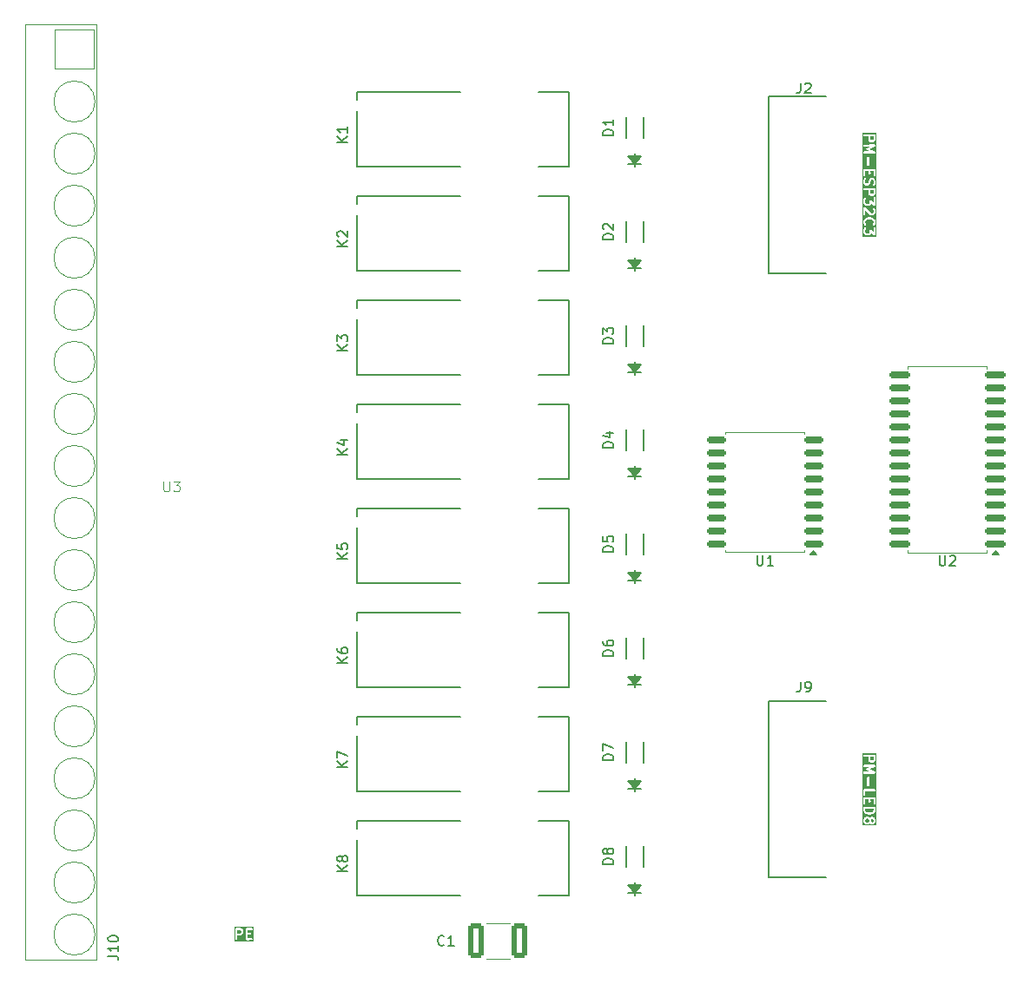
<source format=gbr>
%TF.GenerationSoftware,KiCad,Pcbnew,8.0.3-8.0.3-0~ubuntu22.04.1*%
%TF.CreationDate,2024-10-28T11:06:56+03:00*%
%TF.ProjectId,PM-RQ8,504d2d52-5138-42e6-9b69-6361645f7063,rev?*%
%TF.SameCoordinates,Original*%
%TF.FileFunction,Legend,Top*%
%TF.FilePolarity,Positive*%
%FSLAX46Y46*%
G04 Gerber Fmt 4.6, Leading zero omitted, Abs format (unit mm)*
G04 Created by KiCad (PCBNEW 8.0.3-8.0.3-0~ubuntu22.04.1) date 2024-10-28 11:06:56*
%MOMM*%
%LPD*%
G01*
G04 APERTURE LIST*
G04 Aperture macros list*
%AMRoundRect*
0 Rectangle with rounded corners*
0 $1 Rounding radius*
0 $2 $3 $4 $5 $6 $7 $8 $9 X,Y pos of 4 corners*
0 Add a 4 corners polygon primitive as box body*
4,1,4,$2,$3,$4,$5,$6,$7,$8,$9,$2,$3,0*
0 Add four circle primitives for the rounded corners*
1,1,$1+$1,$2,$3*
1,1,$1+$1,$4,$5*
1,1,$1+$1,$6,$7*
1,1,$1+$1,$8,$9*
0 Add four rect primitives between the rounded corners*
20,1,$1+$1,$2,$3,$4,$5,0*
20,1,$1+$1,$4,$5,$6,$7,0*
20,1,$1+$1,$6,$7,$8,$9,0*
20,1,$1+$1,$8,$9,$2,$3,0*%
G04 Aperture macros list end*
%ADD10C,0.200000*%
%ADD11C,0.150000*%
%ADD12C,0.100000*%
%ADD13C,0.152400*%
%ADD14C,0.120000*%
%ADD15R,0.533400X1.524000*%
%ADD16R,1.803400X0.635000*%
%ADD17R,2.997200X2.590800*%
%ADD18C,1.812000*%
%ADD19RoundRect,0.150000X0.800000X0.150000X-0.800000X0.150000X-0.800000X-0.150000X0.800000X-0.150000X0*%
%ADD20C,2.200000*%
%ADD21R,3.500000X3.500000*%
%ADD22C,3.500000*%
%ADD23C,3.200000*%
%ADD24O,6.350000X6.350000*%
%ADD25RoundRect,0.150000X0.875000X0.150000X-0.875000X0.150000X-0.875000X-0.150000X0.875000X-0.150000X0*%
%ADD26RoundRect,0.250000X-0.537500X-1.450000X0.537500X-1.450000X0.537500X1.450000X-0.537500X1.450000X0*%
G04 APERTURE END LIST*
D10*
G36*
X32962567Y-31889139D02*
G01*
X32988344Y-31913801D01*
X33019403Y-31973620D01*
X33020714Y-32116950D01*
X32991973Y-32176693D01*
X32967315Y-32202466D01*
X32907492Y-32233527D01*
X32764163Y-32234838D01*
X32704420Y-32206097D01*
X32678644Y-32181437D01*
X32647585Y-32121618D01*
X32646274Y-31978286D01*
X32675014Y-31918547D01*
X32699677Y-31892769D01*
X32759496Y-31861710D01*
X32902826Y-31860399D01*
X32962567Y-31889139D01*
G37*
G36*
X33391138Y-31889139D02*
G01*
X33416915Y-31913801D01*
X33447974Y-31973620D01*
X33449285Y-32116950D01*
X33420544Y-32176693D01*
X33395886Y-32202466D01*
X33335221Y-32233964D01*
X33333856Y-32234003D01*
X33275848Y-32206097D01*
X33250075Y-32181439D01*
X33219014Y-32121616D01*
X33217703Y-31978287D01*
X33246443Y-31918546D01*
X33271105Y-31892769D01*
X33331766Y-31861273D01*
X33333132Y-31861234D01*
X33391138Y-31889139D01*
G37*
G36*
X33449401Y-31026939D02*
G01*
X33414801Y-31134783D01*
X33349314Y-31201923D01*
X33280707Y-31237544D01*
X33113142Y-31281023D01*
X32994334Y-31282429D01*
X32827062Y-31242189D01*
X32752392Y-31206267D01*
X32683386Y-31138959D01*
X32647691Y-31035777D01*
X32646748Y-30909337D01*
X33448513Y-30907826D01*
X33449401Y-31026939D01*
G37*
G36*
X33449481Y-26068925D02*
G01*
X33420544Y-26129074D01*
X33395886Y-26154847D01*
X33335951Y-26185966D01*
X33240105Y-26187100D01*
X33180610Y-26158478D01*
X33154837Y-26133820D01*
X33123869Y-26074177D01*
X33122618Y-25813202D01*
X33448251Y-25812589D01*
X33449481Y-26068925D01*
G37*
G36*
X33758891Y-32544444D02*
G01*
X32336669Y-32544444D01*
X32336669Y-31952381D01*
X32447780Y-31952381D01*
X32449385Y-32127889D01*
X32448565Y-32130351D01*
X32449532Y-32143967D01*
X32449701Y-32162366D01*
X32451076Y-32165685D01*
X32451331Y-32169271D01*
X32458338Y-32187579D01*
X32507678Y-32282608D01*
X32512253Y-32293652D01*
X32515409Y-32297498D01*
X32516401Y-32299408D01*
X32518397Y-32301139D01*
X32524689Y-32308806D01*
X32574791Y-32356739D01*
X32581707Y-32364714D01*
X32585856Y-32367325D01*
X32587461Y-32368861D01*
X32589901Y-32369871D01*
X32598298Y-32375157D01*
X32681315Y-32415095D01*
X32682700Y-32416480D01*
X32693449Y-32420932D01*
X32711844Y-32429782D01*
X32715427Y-32430036D01*
X32718748Y-32431412D01*
X32738257Y-32433333D01*
X32913764Y-32431727D01*
X32916226Y-32432548D01*
X32929841Y-32431580D01*
X32948242Y-32431412D01*
X32951562Y-32430036D01*
X32955146Y-32429782D01*
X32973454Y-32422776D01*
X33068483Y-32373435D01*
X33079528Y-32368861D01*
X33083374Y-32365704D01*
X33085282Y-32364714D01*
X33087011Y-32362719D01*
X33094682Y-32356425D01*
X33119153Y-32330845D01*
X33146219Y-32356739D01*
X33153135Y-32364714D01*
X33157284Y-32367325D01*
X33158889Y-32368861D01*
X33161329Y-32369871D01*
X33169726Y-32375157D01*
X33252743Y-32415095D01*
X33254128Y-32416480D01*
X33264877Y-32420932D01*
X33283272Y-32429782D01*
X33286855Y-32430036D01*
X33290176Y-32431412D01*
X33309685Y-32433333D01*
X33344189Y-32432345D01*
X33344797Y-32432548D01*
X33349974Y-32432180D01*
X33376813Y-32431412D01*
X33380133Y-32430036D01*
X33383717Y-32429782D01*
X33402025Y-32422776D01*
X33497054Y-32373435D01*
X33508099Y-32368861D01*
X33511945Y-32365704D01*
X33513853Y-32364714D01*
X33515582Y-32362719D01*
X33523253Y-32356425D01*
X33571186Y-32306322D01*
X33579161Y-32299407D01*
X33581772Y-32295257D01*
X33583308Y-32293653D01*
X33584318Y-32291212D01*
X33589604Y-32282816D01*
X33629542Y-32199798D01*
X33630927Y-32198414D01*
X33635379Y-32187664D01*
X33644229Y-32169270D01*
X33644483Y-32165686D01*
X33645859Y-32162366D01*
X33647780Y-32142857D01*
X33646174Y-31967349D01*
X33646995Y-31964888D01*
X33646027Y-31951272D01*
X33645859Y-31932872D01*
X33644483Y-31929551D01*
X33644229Y-31925968D01*
X33637223Y-31907659D01*
X33587880Y-31812625D01*
X33583308Y-31801585D01*
X33580152Y-31797739D01*
X33579161Y-31795831D01*
X33577163Y-31794098D01*
X33570871Y-31786432D01*
X33520770Y-31738500D01*
X33513853Y-31730524D01*
X33509703Y-31727911D01*
X33508099Y-31726377D01*
X33505659Y-31725366D01*
X33497263Y-31720081D01*
X33414245Y-31680142D01*
X33412861Y-31678758D01*
X33402111Y-31674305D01*
X33383717Y-31665456D01*
X33380133Y-31665201D01*
X33376813Y-31663826D01*
X33357304Y-31661905D01*
X33322799Y-31662892D01*
X33322192Y-31662690D01*
X33317014Y-31663057D01*
X33290176Y-31663826D01*
X33286855Y-31665201D01*
X33283272Y-31665456D01*
X33264963Y-31672462D01*
X33169929Y-31721804D01*
X33158889Y-31726377D01*
X33155043Y-31729532D01*
X33153135Y-31730524D01*
X33151402Y-31732521D01*
X33143736Y-31738814D01*
X33119264Y-31764393D01*
X33092199Y-31738500D01*
X33085282Y-31730524D01*
X33081132Y-31727911D01*
X33079528Y-31726377D01*
X33077088Y-31725366D01*
X33068692Y-31720081D01*
X32985674Y-31680142D01*
X32984290Y-31678758D01*
X32973540Y-31674305D01*
X32955146Y-31665456D01*
X32951562Y-31665201D01*
X32948242Y-31663826D01*
X32928733Y-31661905D01*
X32753225Y-31663510D01*
X32750764Y-31662690D01*
X32737148Y-31663657D01*
X32718748Y-31663826D01*
X32715427Y-31665201D01*
X32711844Y-31665456D01*
X32693535Y-31672462D01*
X32598501Y-31721804D01*
X32587461Y-31726377D01*
X32583615Y-31729532D01*
X32581707Y-31730524D01*
X32579974Y-31732521D01*
X32572308Y-31738814D01*
X32524380Y-31788909D01*
X32516401Y-31795830D01*
X32513787Y-31799981D01*
X32512253Y-31801586D01*
X32511242Y-31804025D01*
X32505958Y-31812421D01*
X32466018Y-31895438D01*
X32464633Y-31896824D01*
X32460181Y-31907570D01*
X32451331Y-31925967D01*
X32451076Y-31929552D01*
X32449701Y-31932872D01*
X32447780Y-31952381D01*
X32336669Y-31952381D01*
X32336669Y-30809524D01*
X32447780Y-30809524D01*
X32449545Y-31046325D01*
X32448565Y-31060127D01*
X32449685Y-31065054D01*
X32449701Y-31067128D01*
X32450712Y-31069569D01*
X32452912Y-31079242D01*
X32497321Y-31207615D01*
X32497321Y-31209985D01*
X32502293Y-31221988D01*
X32508524Y-31240000D01*
X32510878Y-31242714D01*
X32512253Y-31246033D01*
X32524689Y-31261187D01*
X32621073Y-31355198D01*
X32629326Y-31364714D01*
X32633564Y-31367381D01*
X32635081Y-31368861D01*
X32637518Y-31369870D01*
X32645917Y-31375157D01*
X32736188Y-31418585D01*
X32743162Y-31423752D01*
X32757796Y-31428980D01*
X32759463Y-31429782D01*
X32760183Y-31429833D01*
X32761622Y-31430347D01*
X32946934Y-31474926D01*
X32956843Y-31479031D01*
X32968952Y-31480223D01*
X32971491Y-31480834D01*
X32972949Y-31480616D01*
X32976352Y-31480952D01*
X33113925Y-31479324D01*
X33124070Y-31480834D01*
X33136048Y-31479062D01*
X33138718Y-31479031D01*
X33140081Y-31478466D01*
X33143463Y-31477966D01*
X33326542Y-31430461D01*
X33336098Y-31429782D01*
X33350710Y-31424190D01*
X33352399Y-31423752D01*
X33352979Y-31423321D01*
X33354406Y-31422776D01*
X33449435Y-31373435D01*
X33460480Y-31368861D01*
X33464326Y-31365704D01*
X33466234Y-31364714D01*
X33467963Y-31362719D01*
X33475634Y-31356425D01*
X33559462Y-31270480D01*
X33561473Y-31269475D01*
X33569738Y-31259945D01*
X33583308Y-31246033D01*
X33584682Y-31242714D01*
X33587038Y-31239999D01*
X33595029Y-31222099D01*
X33640935Y-31079014D01*
X33645859Y-31067128D01*
X33646350Y-31062135D01*
X33646995Y-31060127D01*
X33646807Y-31057492D01*
X33647780Y-31047619D01*
X33645859Y-30790015D01*
X33630927Y-30753967D01*
X33603337Y-30726377D01*
X33567289Y-30711445D01*
X33547780Y-30709524D01*
X32528271Y-30711445D01*
X32492223Y-30726377D01*
X32464633Y-30753967D01*
X32449701Y-30790015D01*
X32447780Y-30809524D01*
X32336669Y-30809524D01*
X32336669Y-29904762D01*
X32447780Y-29904762D01*
X32449701Y-30400461D01*
X32464633Y-30436509D01*
X32492223Y-30464099D01*
X32528271Y-30479031D01*
X32567289Y-30479031D01*
X32603337Y-30464099D01*
X32630927Y-30436509D01*
X32645859Y-30400461D01*
X32647780Y-30380952D01*
X32646321Y-30004576D01*
X32972130Y-30003962D01*
X32973511Y-30257604D01*
X32988443Y-30293652D01*
X33016033Y-30321242D01*
X33052081Y-30336174D01*
X33091099Y-30336174D01*
X33127147Y-30321242D01*
X33154737Y-30293652D01*
X33169669Y-30257604D01*
X33171590Y-30238095D01*
X33170313Y-30003588D01*
X33448160Y-30003065D01*
X33449701Y-30400461D01*
X33464633Y-30436509D01*
X33492223Y-30464099D01*
X33528271Y-30479031D01*
X33567289Y-30479031D01*
X33603337Y-30464099D01*
X33630927Y-30436509D01*
X33645859Y-30400461D01*
X33647780Y-30380952D01*
X33645859Y-29885253D01*
X33630927Y-29849205D01*
X33603337Y-29821615D01*
X33567289Y-29806683D01*
X33547780Y-29804762D01*
X32528271Y-29806683D01*
X32492223Y-29821615D01*
X32464633Y-29849205D01*
X32449701Y-29885253D01*
X32447780Y-29904762D01*
X32336669Y-29904762D01*
X32336669Y-29095238D01*
X32447780Y-29095238D01*
X32449701Y-29590937D01*
X32464633Y-29626985D01*
X32492223Y-29654575D01*
X32528271Y-29669507D01*
X32567289Y-29669507D01*
X32603337Y-29654575D01*
X32630927Y-29626985D01*
X32645859Y-29590937D01*
X32647780Y-29571428D01*
X32646321Y-29195052D01*
X33567289Y-29193317D01*
X33603337Y-29178385D01*
X33630927Y-29150795D01*
X33645859Y-29114747D01*
X33645859Y-29075729D01*
X33630927Y-29039681D01*
X33603337Y-29012091D01*
X33567289Y-28997159D01*
X33547780Y-28995238D01*
X32528271Y-28997159D01*
X32492223Y-29012091D01*
X32464633Y-29039681D01*
X32449701Y-29075729D01*
X32447780Y-29095238D01*
X32336669Y-29095238D01*
X32336669Y-27857143D01*
X32828733Y-27857143D01*
X32830654Y-28638557D01*
X32845586Y-28674605D01*
X32873176Y-28702195D01*
X32909224Y-28717127D01*
X32948242Y-28717127D01*
X32984290Y-28702195D01*
X33011880Y-28674605D01*
X33026812Y-28638557D01*
X33028733Y-28619048D01*
X33026812Y-27837634D01*
X33011880Y-27801586D01*
X32984290Y-27773996D01*
X32948242Y-27759064D01*
X32909224Y-27759064D01*
X32873176Y-27773996D01*
X32845586Y-27801586D01*
X32830654Y-27837634D01*
X32828733Y-27857143D01*
X32336669Y-27857143D01*
X32336669Y-26694777D01*
X32449701Y-26694777D01*
X32449701Y-26733795D01*
X32464633Y-26769843D01*
X32492223Y-26797433D01*
X32528271Y-26812365D01*
X32547780Y-26814286D01*
X33101769Y-26813242D01*
X32795331Y-26957134D01*
X32781643Y-26962113D01*
X32778393Y-26965088D01*
X32774340Y-26966992D01*
X32764076Y-26978200D01*
X32752868Y-26988464D01*
X32750988Y-26992491D01*
X32747989Y-26995767D01*
X32742797Y-27010043D01*
X32736367Y-27023822D01*
X32736171Y-27028262D01*
X32734654Y-27032436D01*
X32735321Y-27047619D01*
X32734654Y-27062802D01*
X32736171Y-27066975D01*
X32736367Y-27071416D01*
X32742797Y-27085194D01*
X32747989Y-27099471D01*
X32750988Y-27102746D01*
X32752868Y-27106774D01*
X32764076Y-27117037D01*
X32774340Y-27128246D01*
X32779933Y-27131559D01*
X32781643Y-27133125D01*
X32784060Y-27134004D01*
X32791206Y-27138237D01*
X33100747Y-27281794D01*
X32528271Y-27282873D01*
X32492223Y-27297805D01*
X32464633Y-27325395D01*
X32449701Y-27361443D01*
X32449701Y-27400461D01*
X32464633Y-27436509D01*
X32492223Y-27464099D01*
X32528271Y-27479031D01*
X32547780Y-27480952D01*
X33546514Y-27479070D01*
X33562963Y-27479793D01*
X33565046Y-27479035D01*
X33567289Y-27479031D01*
X33583319Y-27472390D01*
X33599632Y-27466459D01*
X33601277Y-27464952D01*
X33603337Y-27464099D01*
X33615598Y-27451837D01*
X33628408Y-27440107D01*
X33629352Y-27438083D01*
X33630927Y-27436509D01*
X33637561Y-27420493D01*
X33644908Y-27404750D01*
X33645005Y-27402520D01*
X33645859Y-27400461D01*
X33645859Y-27383109D01*
X33646621Y-27365769D01*
X33645859Y-27363673D01*
X33645859Y-27361443D01*
X33639218Y-27345412D01*
X33633287Y-27329100D01*
X33631780Y-27327454D01*
X33630927Y-27325395D01*
X33618659Y-27313127D01*
X33606935Y-27300325D01*
X33604290Y-27298758D01*
X33603337Y-27297805D01*
X33601155Y-27296901D01*
X33590069Y-27290334D01*
X33067750Y-27048096D01*
X33588330Y-26803649D01*
X33603337Y-26797433D01*
X33604902Y-26795867D01*
X33606935Y-26794913D01*
X33618659Y-26782110D01*
X33630927Y-26769843D01*
X33631780Y-26767783D01*
X33633287Y-26766138D01*
X33639218Y-26749825D01*
X33645859Y-26733795D01*
X33645859Y-26731564D01*
X33646621Y-26729469D01*
X33645859Y-26712128D01*
X33645859Y-26694777D01*
X33645005Y-26692717D01*
X33644908Y-26690488D01*
X33637561Y-26674744D01*
X33630927Y-26658729D01*
X33629352Y-26657154D01*
X33628408Y-26655131D01*
X33615598Y-26643400D01*
X33603337Y-26631139D01*
X33601277Y-26630285D01*
X33599632Y-26628779D01*
X33583319Y-26622847D01*
X33567289Y-26616207D01*
X33564230Y-26615905D01*
X33562963Y-26615445D01*
X33560603Y-26615548D01*
X33547780Y-26614286D01*
X32528271Y-26616207D01*
X32492223Y-26631139D01*
X32464633Y-26658729D01*
X32449701Y-26694777D01*
X32336669Y-26694777D01*
X32336669Y-25694777D01*
X32449701Y-25694777D01*
X32449701Y-25733795D01*
X32464633Y-25769843D01*
X32492223Y-25797433D01*
X32528271Y-25812365D01*
X32547780Y-25814286D01*
X32924447Y-25813576D01*
X32925724Y-26079825D01*
X32924756Y-26082731D01*
X32925809Y-26097555D01*
X32925892Y-26114747D01*
X32927267Y-26118067D01*
X32927522Y-26121651D01*
X32934528Y-26139959D01*
X32983868Y-26234988D01*
X32988443Y-26246033D01*
X32991599Y-26249879D01*
X32992590Y-26251787D01*
X32994584Y-26253516D01*
X33000879Y-26261187D01*
X33050981Y-26309120D01*
X33057897Y-26317095D01*
X33062046Y-26319706D01*
X33063651Y-26321242D01*
X33066091Y-26322252D01*
X33074488Y-26327538D01*
X33157505Y-26367476D01*
X33158890Y-26368861D01*
X33169639Y-26373313D01*
X33188034Y-26382163D01*
X33191617Y-26382417D01*
X33194938Y-26383793D01*
X33214447Y-26385714D01*
X33342603Y-26384197D01*
X33344797Y-26384929D01*
X33357579Y-26384020D01*
X33376813Y-26383793D01*
X33380133Y-26382417D01*
X33383717Y-26382163D01*
X33402025Y-26375157D01*
X33497054Y-26325816D01*
X33508099Y-26321242D01*
X33511945Y-26318085D01*
X33513853Y-26317095D01*
X33515582Y-26315100D01*
X33523253Y-26308806D01*
X33571186Y-26258703D01*
X33579161Y-26251788D01*
X33581772Y-26247638D01*
X33583308Y-26246034D01*
X33584318Y-26243593D01*
X33589604Y-26235197D01*
X33629542Y-26152179D01*
X33630927Y-26150795D01*
X33635379Y-26140045D01*
X33644229Y-26121651D01*
X33644483Y-26118067D01*
X33645859Y-26114747D01*
X33647780Y-26095238D01*
X33645859Y-25694777D01*
X33630927Y-25658729D01*
X33603337Y-25631139D01*
X33567289Y-25616207D01*
X33547780Y-25614286D01*
X32528271Y-25616207D01*
X32492223Y-25631139D01*
X32464633Y-25658729D01*
X32449701Y-25694777D01*
X32336669Y-25694777D01*
X32336669Y-25503175D01*
X33758891Y-25503175D01*
X33758891Y-32544444D01*
G37*
G36*
X33449481Y29216790D02*
G01*
X33420544Y29156641D01*
X33395886Y29130868D01*
X33335951Y29099749D01*
X33240105Y29098615D01*
X33180610Y29127237D01*
X33154837Y29151895D01*
X33123869Y29211538D01*
X33122618Y29472513D01*
X33448251Y29473126D01*
X33449481Y29216790D01*
G37*
G36*
X33449481Y34454885D02*
G01*
X33420544Y34394736D01*
X33395886Y34368963D01*
X33335951Y34337844D01*
X33240105Y34336710D01*
X33180610Y34365332D01*
X33154837Y34389990D01*
X33123869Y34449633D01*
X33122618Y34710608D01*
X33448251Y34711221D01*
X33449481Y34454885D01*
G37*
G36*
X33758891Y24931747D02*
G01*
X32336669Y24931747D01*
X32336669Y25619048D01*
X32447780Y25619048D01*
X32449482Y25348592D01*
X32448565Y25345840D01*
X32449590Y25331414D01*
X32449701Y25313825D01*
X32451076Y25310506D01*
X32451331Y25306920D01*
X32458338Y25288612D01*
X32507678Y25193583D01*
X32512253Y25182539D01*
X32515409Y25178693D01*
X32516401Y25176783D01*
X32518397Y25175052D01*
X32524689Y25167385D01*
X32574791Y25119452D01*
X32581707Y25111477D01*
X32585856Y25108866D01*
X32587461Y25107330D01*
X32589901Y25106320D01*
X32598298Y25101034D01*
X32681315Y25061096D01*
X32682700Y25059711D01*
X32693449Y25055259D01*
X32711844Y25046409D01*
X32715427Y25046155D01*
X32718748Y25044779D01*
X32738257Y25042858D01*
X32961212Y25044521D01*
X32963845Y25043643D01*
X32977950Y25044646D01*
X32995861Y25044779D01*
X32999181Y25046155D01*
X33002765Y25046409D01*
X33021073Y25053415D01*
X33116102Y25102756D01*
X33127147Y25107330D01*
X33130993Y25110487D01*
X33132901Y25111477D01*
X33134630Y25113472D01*
X33142301Y25119766D01*
X33190234Y25169869D01*
X33198209Y25176784D01*
X33200820Y25180934D01*
X33202356Y25182538D01*
X33203366Y25184979D01*
X33208652Y25193375D01*
X33247344Y25273804D01*
X33481579Y25070355D01*
X33492223Y25059711D01*
X33495301Y25058436D01*
X33497877Y25056199D01*
X33513265Y25050995D01*
X33528271Y25044779D01*
X33531645Y25044779D01*
X33534838Y25043699D01*
X33551041Y25044779D01*
X33567289Y25044779D01*
X33570404Y25046070D01*
X33573770Y25046294D01*
X33588335Y25053497D01*
X33603337Y25059711D01*
X33605720Y25062095D01*
X33608745Y25063590D01*
X33619449Y25075824D01*
X33630927Y25087301D01*
X33632216Y25090415D01*
X33634439Y25092954D01*
X33639644Y25108346D01*
X33645859Y25123349D01*
X33646327Y25128109D01*
X33646939Y25129916D01*
X33646764Y25132541D01*
X33647780Y25142858D01*
X33645859Y25781414D01*
X33630927Y25817462D01*
X33603337Y25845052D01*
X33567289Y25859984D01*
X33528271Y25859984D01*
X33492223Y25845052D01*
X33464633Y25817462D01*
X33449701Y25781414D01*
X33447780Y25761905D01*
X33448985Y25361122D01*
X33233028Y25548695D01*
X33222385Y25559338D01*
X33219306Y25560614D01*
X33216731Y25562850D01*
X33201342Y25568055D01*
X33186337Y25574270D01*
X33182963Y25574270D01*
X33179770Y25575350D01*
X33163567Y25574270D01*
X33147319Y25574270D01*
X33144203Y25572980D01*
X33140838Y25572755D01*
X33126277Y25565555D01*
X33111271Y25559338D01*
X33108886Y25556954D01*
X33105863Y25555458D01*
X33095165Y25543233D01*
X33083681Y25531748D01*
X33082390Y25528634D01*
X33080169Y25526094D01*
X33074964Y25510706D01*
X33068749Y25495700D01*
X33068280Y25490941D01*
X33067669Y25489133D01*
X33067843Y25486509D01*
X33066828Y25476191D01*
X33068214Y25358993D01*
X33039592Y25299498D01*
X33014934Y25273725D01*
X32955182Y25242701D01*
X32764320Y25241277D01*
X32704420Y25270094D01*
X32678644Y25294754D01*
X32647647Y25354455D01*
X32646146Y25592877D01*
X32675014Y25652882D01*
X32726166Y25706347D01*
X32741097Y25742396D01*
X32741097Y25781414D01*
X32726166Y25817462D01*
X32698576Y25845052D01*
X32662528Y25859983D01*
X32623510Y25859983D01*
X32587461Y25845052D01*
X32572308Y25832615D01*
X32524380Y25782520D01*
X32516401Y25775599D01*
X32513787Y25771448D01*
X32512253Y25769843D01*
X32511242Y25767404D01*
X32505958Y25759008D01*
X32466018Y25675991D01*
X32464633Y25674605D01*
X32460181Y25663859D01*
X32451331Y25645462D01*
X32451076Y25641877D01*
X32449701Y25638557D01*
X32447780Y25619048D01*
X32336669Y25619048D01*
X32336669Y26380953D01*
X32447780Y26380953D01*
X32449389Y26284810D01*
X32448565Y26273207D01*
X32449664Y26268372D01*
X32449701Y26266206D01*
X32450712Y26263765D01*
X32452912Y26254092D01*
X32497321Y26125719D01*
X32497321Y26123349D01*
X32502293Y26111346D01*
X32508524Y26093334D01*
X32510878Y26090620D01*
X32512253Y26087301D01*
X32524689Y26072147D01*
X32587461Y26012092D01*
X32623510Y25997161D01*
X32662528Y25997161D01*
X32698576Y26012092D01*
X32726166Y26039682D01*
X32741097Y26075730D01*
X32741097Y26114748D01*
X32726166Y26150797D01*
X32713729Y26165950D01*
X32683073Y26195279D01*
X32647576Y26297891D01*
X32646513Y26361378D01*
X32680759Y26468118D01*
X32746247Y26535259D01*
X32814851Y26570879D01*
X32982418Y26614358D01*
X33101225Y26615764D01*
X33268498Y26575524D01*
X33343168Y26539602D01*
X33412174Y26472295D01*
X33447983Y26368777D01*
X33449046Y26305290D01*
X33414659Y26198109D01*
X33369395Y26150796D01*
X33354463Y26114748D01*
X33354463Y26075730D01*
X33369395Y26039682D01*
X33396985Y26012092D01*
X33433033Y25997160D01*
X33472051Y25997160D01*
X33508099Y26012092D01*
X33523253Y26024528D01*
X33560339Y26063293D01*
X33561473Y26063859D01*
X33567210Y26070475D01*
X33583308Y26087300D01*
X33584682Y26090620D01*
X33587038Y26093335D01*
X33595029Y26111235D01*
X33640935Y26254320D01*
X33645859Y26266206D01*
X33646350Y26271199D01*
X33646995Y26273207D01*
X33646807Y26275842D01*
X33647780Y26285715D01*
X33646170Y26381859D01*
X33646995Y26393461D01*
X33645895Y26398297D01*
X33645859Y26400462D01*
X33644847Y26402904D01*
X33642648Y26412576D01*
X33598240Y26540951D01*
X33598240Y26543319D01*
X33593270Y26555316D01*
X33587038Y26573333D01*
X33584682Y26576049D01*
X33583308Y26579367D01*
X33570872Y26594521D01*
X33474482Y26688538D01*
X33466234Y26698048D01*
X33461997Y26700715D01*
X33460480Y26702195D01*
X33458040Y26703206D01*
X33449644Y26708491D01*
X33359372Y26751920D01*
X33352399Y26757086D01*
X33337766Y26762314D01*
X33336098Y26763116D01*
X33335375Y26763168D01*
X33333938Y26763681D01*
X33148627Y26808261D01*
X33138718Y26812365D01*
X33126608Y26813558D01*
X33124070Y26814168D01*
X33122611Y26813951D01*
X33119209Y26814286D01*
X32981635Y26812659D01*
X32971491Y26814168D01*
X32959512Y26812397D01*
X32956843Y26812365D01*
X32955479Y26811801D01*
X32952098Y26811300D01*
X32769018Y26763796D01*
X32759463Y26763116D01*
X32744847Y26757524D01*
X32743162Y26757086D01*
X32742582Y26756657D01*
X32741154Y26756110D01*
X32646120Y26706768D01*
X32635081Y26702195D01*
X32631236Y26699040D01*
X32629326Y26698048D01*
X32627593Y26696051D01*
X32619927Y26689759D01*
X32536099Y26603815D01*
X32534089Y26602810D01*
X32525823Y26593281D01*
X32512253Y26579367D01*
X32510878Y26576049D01*
X32508524Y26573334D01*
X32500532Y26555434D01*
X32454625Y26412350D01*
X32449701Y26400462D01*
X32449209Y26395470D01*
X32448565Y26393461D01*
X32448752Y26390827D01*
X32447780Y26380953D01*
X32336669Y26380953D01*
X32336669Y27714286D01*
X32447780Y27714286D01*
X32449701Y27075730D01*
X32464633Y27039682D01*
X32492223Y27012092D01*
X32528271Y26997160D01*
X32567289Y26997160D01*
X32603337Y27012092D01*
X32630927Y27039682D01*
X32645859Y27075730D01*
X32647780Y27095239D01*
X32646638Y27474792D01*
X33038718Y27084529D01*
X33040210Y27081546D01*
X33051911Y27071398D01*
X33063652Y27059711D01*
X33066970Y27058337D01*
X33069686Y27055981D01*
X33087586Y27047990D01*
X33230670Y27002084D01*
X33242557Y26997160D01*
X33247549Y26996669D01*
X33249558Y26996024D01*
X33252192Y26996212D01*
X33262066Y26995239D01*
X33343083Y26996596D01*
X33344797Y26996024D01*
X33355841Y26996809D01*
X33376813Y26997160D01*
X33380133Y26998536D01*
X33383717Y26998790D01*
X33402025Y27005796D01*
X33497054Y27055137D01*
X33508099Y27059711D01*
X33511945Y27062868D01*
X33513853Y27063858D01*
X33515582Y27065853D01*
X33523253Y27072147D01*
X33571186Y27122250D01*
X33579161Y27129165D01*
X33581772Y27133315D01*
X33583308Y27134919D01*
X33584318Y27137360D01*
X33589604Y27145756D01*
X33629542Y27228774D01*
X33630927Y27230158D01*
X33635379Y27240908D01*
X33644229Y27259302D01*
X33644483Y27262886D01*
X33645859Y27266206D01*
X33647780Y27285715D01*
X33646117Y27508671D01*
X33646995Y27511303D01*
X33645992Y27525409D01*
X33645859Y27543319D01*
X33644483Y27546640D01*
X33644229Y27550223D01*
X33637223Y27568532D01*
X33587880Y27663566D01*
X33583308Y27674606D01*
X33580152Y27678452D01*
X33579161Y27680360D01*
X33577163Y27682093D01*
X33570871Y27689759D01*
X33508099Y27749814D01*
X33472051Y27764746D01*
X33433033Y27764746D01*
X33396985Y27749814D01*
X33369395Y27722224D01*
X33354463Y27686176D01*
X33354463Y27647158D01*
X33369395Y27611110D01*
X33381831Y27595956D01*
X33416915Y27562390D01*
X33447937Y27502642D01*
X33449361Y27311779D01*
X33420544Y27251879D01*
X33395886Y27226106D01*
X33335743Y27194879D01*
X33281640Y27193973D01*
X33175346Y27228075D01*
X32603337Y27797433D01*
X32567289Y27812365D01*
X32528271Y27812365D01*
X32492223Y27797433D01*
X32464633Y27769843D01*
X32449701Y27733795D01*
X32447780Y27714286D01*
X32336669Y27714286D01*
X32336669Y28523810D01*
X32447780Y28523810D01*
X32449482Y28253354D01*
X32448565Y28250602D01*
X32449590Y28236176D01*
X32449701Y28218587D01*
X32451076Y28215268D01*
X32451331Y28211682D01*
X32458338Y28193374D01*
X32507678Y28098345D01*
X32512253Y28087301D01*
X32515409Y28083455D01*
X32516401Y28081545D01*
X32518397Y28079814D01*
X32524689Y28072147D01*
X32574791Y28024214D01*
X32581707Y28016239D01*
X32585856Y28013628D01*
X32587461Y28012092D01*
X32589901Y28011082D01*
X32598298Y28005796D01*
X32681315Y27965858D01*
X32682700Y27964473D01*
X32693449Y27960021D01*
X32711844Y27951171D01*
X32715427Y27950917D01*
X32718748Y27949541D01*
X32738257Y27947620D01*
X32961212Y27949283D01*
X32963845Y27948405D01*
X32977950Y27949408D01*
X32995861Y27949541D01*
X32999181Y27950917D01*
X33002765Y27951171D01*
X33021073Y27958177D01*
X33116102Y28007518D01*
X33127147Y28012092D01*
X33130993Y28015249D01*
X33132901Y28016239D01*
X33134630Y28018234D01*
X33142301Y28024528D01*
X33190234Y28074631D01*
X33198209Y28081546D01*
X33200820Y28085696D01*
X33202356Y28087300D01*
X33203366Y28089741D01*
X33208652Y28098137D01*
X33247344Y28178566D01*
X33481579Y27975117D01*
X33492223Y27964473D01*
X33495301Y27963198D01*
X33497877Y27960961D01*
X33513265Y27955757D01*
X33528271Y27949541D01*
X33531645Y27949541D01*
X33534838Y27948461D01*
X33551041Y27949541D01*
X33567289Y27949541D01*
X33570404Y27950832D01*
X33573770Y27951056D01*
X33588335Y27958259D01*
X33603337Y27964473D01*
X33605720Y27966857D01*
X33608745Y27968352D01*
X33619449Y27980586D01*
X33630927Y27992063D01*
X33632216Y27995177D01*
X33634439Y27997716D01*
X33639644Y28013108D01*
X33645859Y28028111D01*
X33646327Y28032871D01*
X33646939Y28034678D01*
X33646764Y28037303D01*
X33647780Y28047620D01*
X33645859Y28686176D01*
X33630927Y28722224D01*
X33603337Y28749814D01*
X33567289Y28764746D01*
X33528271Y28764746D01*
X33492223Y28749814D01*
X33464633Y28722224D01*
X33449701Y28686176D01*
X33447780Y28666667D01*
X33448985Y28265884D01*
X33233028Y28453457D01*
X33222385Y28464100D01*
X33219306Y28465376D01*
X33216731Y28467612D01*
X33201342Y28472817D01*
X33186337Y28479032D01*
X33182963Y28479032D01*
X33179770Y28480112D01*
X33163567Y28479032D01*
X33147319Y28479032D01*
X33144203Y28477742D01*
X33140838Y28477517D01*
X33126277Y28470317D01*
X33111271Y28464100D01*
X33108886Y28461716D01*
X33105863Y28460220D01*
X33095165Y28447995D01*
X33083681Y28436510D01*
X33082390Y28433396D01*
X33080169Y28430856D01*
X33074964Y28415468D01*
X33068749Y28400462D01*
X33068280Y28395703D01*
X33067669Y28393895D01*
X33067843Y28391271D01*
X33066828Y28380953D01*
X33068214Y28263755D01*
X33039592Y28204260D01*
X33014934Y28178487D01*
X32955182Y28147463D01*
X32764320Y28146039D01*
X32704420Y28174856D01*
X32678644Y28199516D01*
X32647647Y28259217D01*
X32646146Y28497639D01*
X32675014Y28557644D01*
X32726166Y28611109D01*
X32741097Y28647158D01*
X32741097Y28686176D01*
X32726166Y28722224D01*
X32698576Y28749814D01*
X32662528Y28764745D01*
X32623510Y28764745D01*
X32587461Y28749814D01*
X32572308Y28737377D01*
X32524380Y28687282D01*
X32516401Y28680361D01*
X32513787Y28676210D01*
X32512253Y28674605D01*
X32511242Y28672166D01*
X32505958Y28663770D01*
X32466018Y28580753D01*
X32464633Y28579367D01*
X32460181Y28568621D01*
X32451331Y28550224D01*
X32451076Y28546639D01*
X32449701Y28543319D01*
X32447780Y28523810D01*
X32336669Y28523810D01*
X32336669Y29590938D01*
X32449701Y29590938D01*
X32449701Y29551920D01*
X32464633Y29515872D01*
X32492223Y29488282D01*
X32528271Y29473350D01*
X32547780Y29471429D01*
X32924447Y29472139D01*
X32925724Y29205890D01*
X32924756Y29202984D01*
X32925809Y29188160D01*
X32925892Y29170968D01*
X32927267Y29167648D01*
X32927522Y29164064D01*
X32934528Y29145756D01*
X32983868Y29050727D01*
X32988443Y29039682D01*
X32991599Y29035836D01*
X32992590Y29033928D01*
X32994584Y29032199D01*
X33000879Y29024528D01*
X33050981Y28976595D01*
X33057897Y28968620D01*
X33062046Y28966009D01*
X33063651Y28964473D01*
X33066091Y28963463D01*
X33074488Y28958177D01*
X33157505Y28918239D01*
X33158890Y28916854D01*
X33169639Y28912402D01*
X33188034Y28903552D01*
X33191617Y28903298D01*
X33194938Y28901922D01*
X33214447Y28900001D01*
X33342603Y28901518D01*
X33344797Y28900786D01*
X33357579Y28901695D01*
X33376813Y28901922D01*
X33380133Y28903298D01*
X33383717Y28903552D01*
X33402025Y28910558D01*
X33497054Y28959899D01*
X33508099Y28964473D01*
X33511945Y28967630D01*
X33513853Y28968620D01*
X33515582Y28970615D01*
X33523253Y28976909D01*
X33571186Y29027012D01*
X33579161Y29033927D01*
X33581772Y29038077D01*
X33583308Y29039681D01*
X33584318Y29042122D01*
X33589604Y29050518D01*
X33629542Y29133536D01*
X33630927Y29134920D01*
X33635379Y29145670D01*
X33644229Y29164064D01*
X33644483Y29167648D01*
X33645859Y29170968D01*
X33647780Y29190477D01*
X33645859Y29590938D01*
X33630927Y29626986D01*
X33603337Y29654576D01*
X33567289Y29669508D01*
X33547780Y29671429D01*
X32528271Y29669508D01*
X32492223Y29654576D01*
X32464633Y29626986D01*
X32449701Y29590938D01*
X32336669Y29590938D01*
X32336669Y30428572D01*
X32447780Y30428572D01*
X32449442Y30205617D01*
X32448565Y30202983D01*
X32449567Y30188878D01*
X32449701Y30170968D01*
X32451076Y30167649D01*
X32451331Y30164063D01*
X32458338Y30145755D01*
X32507678Y30050726D01*
X32512253Y30039682D01*
X32515409Y30035836D01*
X32516401Y30033926D01*
X32518397Y30032195D01*
X32524689Y30024528D01*
X32574791Y29976595D01*
X32581707Y29968620D01*
X32585856Y29966009D01*
X32587461Y29964473D01*
X32589901Y29963463D01*
X32598298Y29958177D01*
X32681315Y29918239D01*
X32682700Y29916854D01*
X32693449Y29912402D01*
X32711844Y29903552D01*
X32715427Y29903298D01*
X32718748Y29901922D01*
X32738257Y29900001D01*
X32819274Y29901358D01*
X32820988Y29900786D01*
X32832032Y29901571D01*
X32853004Y29901922D01*
X32856324Y29903298D01*
X32859908Y29903552D01*
X32878216Y29910558D01*
X32973245Y29959899D01*
X32984290Y29964473D01*
X32988136Y29967630D01*
X32990044Y29968620D01*
X32991773Y29970615D01*
X32999444Y29976909D01*
X33047377Y30027012D01*
X33055352Y30033927D01*
X33057963Y30038077D01*
X33059499Y30039681D01*
X33060509Y30042122D01*
X33065795Y30050518D01*
X33109223Y30140790D01*
X33114390Y30147763D01*
X33119618Y30162398D01*
X33120420Y30164064D01*
X33120471Y30164785D01*
X33120985Y30166223D01*
X33162733Y30339767D01*
X33198824Y30414788D01*
X33223486Y30440565D01*
X33283625Y30471790D01*
X33332090Y30472602D01*
X33391138Y30444195D01*
X33416915Y30419533D01*
X33447937Y30359785D01*
X33449401Y30163538D01*
X33400946Y30012508D01*
X33403712Y29973588D01*
X33421162Y29938689D01*
X33450638Y29913124D01*
X33487654Y29900786D01*
X33526574Y29903552D01*
X33561473Y29921002D01*
X33587038Y29950478D01*
X33595029Y29968378D01*
X33640935Y30111463D01*
X33645859Y30123349D01*
X33646350Y30128342D01*
X33646995Y30130350D01*
X33646807Y30132985D01*
X33647780Y30142858D01*
X33646117Y30365814D01*
X33646995Y30368446D01*
X33645992Y30382552D01*
X33645859Y30400462D01*
X33644483Y30403783D01*
X33644229Y30407366D01*
X33637223Y30425675D01*
X33587880Y30520709D01*
X33583308Y30531749D01*
X33580152Y30535595D01*
X33579161Y30537503D01*
X33577163Y30539236D01*
X33570871Y30546902D01*
X33520770Y30594834D01*
X33513853Y30602810D01*
X33509703Y30605423D01*
X33508099Y30606957D01*
X33505659Y30607968D01*
X33497263Y30613253D01*
X33414245Y30653192D01*
X33412861Y30654576D01*
X33402111Y30659029D01*
X33383717Y30667878D01*
X33380133Y30668133D01*
X33376813Y30669508D01*
X33357304Y30671429D01*
X33276286Y30670073D01*
X33274573Y30670644D01*
X33263528Y30669860D01*
X33242557Y30669508D01*
X33239236Y30668133D01*
X33235653Y30667878D01*
X33217344Y30660872D01*
X33122310Y30611530D01*
X33111270Y30606957D01*
X33107424Y30603802D01*
X33105516Y30602810D01*
X33103783Y30600813D01*
X33096117Y30594520D01*
X33048185Y30544420D01*
X33040209Y30537502D01*
X33037596Y30533353D01*
X33036062Y30531748D01*
X33035051Y30529309D01*
X33029766Y30520912D01*
X32986337Y30430641D01*
X32981171Y30423667D01*
X32975943Y30409035D01*
X32975141Y30407366D01*
X32975089Y30406644D01*
X32974576Y30405206D01*
X32932827Y30231664D01*
X32896735Y30156641D01*
X32872077Y30130868D01*
X32811934Y30099641D01*
X32763470Y30098829D01*
X32704420Y30127237D01*
X32678644Y30151897D01*
X32647622Y30211646D01*
X32646158Y30407892D01*
X32694615Y30558921D01*
X32691849Y30597841D01*
X32674400Y30632740D01*
X32644924Y30658305D01*
X32607908Y30670644D01*
X32568988Y30667878D01*
X32534089Y30650429D01*
X32508524Y30620953D01*
X32500532Y30603053D01*
X32454625Y30459969D01*
X32449701Y30448081D01*
X32449209Y30443089D01*
X32448565Y30441080D01*
X32448752Y30438446D01*
X32447780Y30428572D01*
X32336669Y30428572D01*
X32336669Y31428572D01*
X32447780Y31428572D01*
X32449701Y30932873D01*
X32464633Y30896825D01*
X32492223Y30869235D01*
X32528271Y30854303D01*
X32567289Y30854303D01*
X32603337Y30869235D01*
X32630927Y30896825D01*
X32645859Y30932873D01*
X32647780Y30952382D01*
X32646321Y31328758D01*
X32972130Y31329372D01*
X32973511Y31075730D01*
X32988443Y31039682D01*
X33016033Y31012092D01*
X33052081Y30997160D01*
X33091099Y30997160D01*
X33127147Y31012092D01*
X33154737Y31039682D01*
X33169669Y31075730D01*
X33171590Y31095239D01*
X33170313Y31329746D01*
X33448160Y31330269D01*
X33449701Y30932873D01*
X33464633Y30896825D01*
X33492223Y30869235D01*
X33528271Y30854303D01*
X33567289Y30854303D01*
X33603337Y30869235D01*
X33630927Y30896825D01*
X33645859Y30932873D01*
X33647780Y30952382D01*
X33645859Y31448081D01*
X33630927Y31484129D01*
X33603337Y31511719D01*
X33567289Y31526651D01*
X33547780Y31528572D01*
X32528271Y31526651D01*
X32492223Y31511719D01*
X32464633Y31484129D01*
X32449701Y31448081D01*
X32447780Y31428572D01*
X32336669Y31428572D01*
X32336669Y32666667D01*
X32828733Y32666667D01*
X32830654Y31885253D01*
X32845586Y31849205D01*
X32873176Y31821615D01*
X32909224Y31806683D01*
X32948242Y31806683D01*
X32984290Y31821615D01*
X33011880Y31849205D01*
X33026812Y31885253D01*
X33028733Y31904762D01*
X33026812Y32686176D01*
X33011880Y32722224D01*
X32984290Y32749814D01*
X32948242Y32764746D01*
X32909224Y32764746D01*
X32873176Y32749814D01*
X32845586Y32722224D01*
X32830654Y32686176D01*
X32828733Y32666667D01*
X32336669Y32666667D01*
X32336669Y33829033D01*
X32449701Y33829033D01*
X32449701Y33790015D01*
X32464633Y33753967D01*
X32492223Y33726377D01*
X32528271Y33711445D01*
X32547780Y33709524D01*
X33101769Y33710568D01*
X32795331Y33566676D01*
X32781643Y33561697D01*
X32778393Y33558722D01*
X32774340Y33556818D01*
X32764076Y33545610D01*
X32752868Y33535346D01*
X32750988Y33531319D01*
X32747989Y33528043D01*
X32742797Y33513767D01*
X32736367Y33499988D01*
X32736171Y33495548D01*
X32734654Y33491374D01*
X32735321Y33476191D01*
X32734654Y33461008D01*
X32736171Y33456835D01*
X32736367Y33452394D01*
X32742797Y33438616D01*
X32747989Y33424339D01*
X32750988Y33421064D01*
X32752868Y33417036D01*
X32764076Y33406773D01*
X32774340Y33395564D01*
X32779933Y33392251D01*
X32781643Y33390685D01*
X32784060Y33389806D01*
X32791206Y33385573D01*
X33100747Y33242016D01*
X32528271Y33240937D01*
X32492223Y33226005D01*
X32464633Y33198415D01*
X32449701Y33162367D01*
X32449701Y33123349D01*
X32464633Y33087301D01*
X32492223Y33059711D01*
X32528271Y33044779D01*
X32547780Y33042858D01*
X33546514Y33044740D01*
X33562963Y33044017D01*
X33565046Y33044775D01*
X33567289Y33044779D01*
X33583319Y33051420D01*
X33599632Y33057351D01*
X33601277Y33058858D01*
X33603337Y33059711D01*
X33615598Y33071973D01*
X33628408Y33083703D01*
X33629352Y33085727D01*
X33630927Y33087301D01*
X33637561Y33103317D01*
X33644908Y33119060D01*
X33645005Y33121290D01*
X33645859Y33123349D01*
X33645859Y33140701D01*
X33646621Y33158041D01*
X33645859Y33160137D01*
X33645859Y33162367D01*
X33639218Y33178398D01*
X33633287Y33194710D01*
X33631780Y33196356D01*
X33630927Y33198415D01*
X33618659Y33210683D01*
X33606935Y33223485D01*
X33604290Y33225052D01*
X33603337Y33226005D01*
X33601155Y33226909D01*
X33590069Y33233476D01*
X33067750Y33475714D01*
X33588330Y33720161D01*
X33603337Y33726377D01*
X33604902Y33727943D01*
X33606935Y33728897D01*
X33618659Y33741700D01*
X33630927Y33753967D01*
X33631780Y33756027D01*
X33633287Y33757672D01*
X33639218Y33773985D01*
X33645859Y33790015D01*
X33645859Y33792246D01*
X33646621Y33794341D01*
X33645859Y33811682D01*
X33645859Y33829033D01*
X33645005Y33831093D01*
X33644908Y33833322D01*
X33637561Y33849066D01*
X33630927Y33865081D01*
X33629352Y33866656D01*
X33628408Y33868679D01*
X33615598Y33880410D01*
X33603337Y33892671D01*
X33601277Y33893525D01*
X33599632Y33895031D01*
X33583319Y33900963D01*
X33567289Y33907603D01*
X33564230Y33907905D01*
X33562963Y33908365D01*
X33560603Y33908262D01*
X33547780Y33909524D01*
X32528271Y33907603D01*
X32492223Y33892671D01*
X32464633Y33865081D01*
X32449701Y33829033D01*
X32336669Y33829033D01*
X32336669Y34829033D01*
X32449701Y34829033D01*
X32449701Y34790015D01*
X32464633Y34753967D01*
X32492223Y34726377D01*
X32528271Y34711445D01*
X32547780Y34709524D01*
X32924447Y34710234D01*
X32925724Y34443985D01*
X32924756Y34441079D01*
X32925809Y34426255D01*
X32925892Y34409063D01*
X32927267Y34405743D01*
X32927522Y34402159D01*
X32934528Y34383851D01*
X32983868Y34288822D01*
X32988443Y34277777D01*
X32991599Y34273931D01*
X32992590Y34272023D01*
X32994584Y34270294D01*
X33000879Y34262623D01*
X33050981Y34214690D01*
X33057897Y34206715D01*
X33062046Y34204104D01*
X33063651Y34202568D01*
X33066091Y34201558D01*
X33074488Y34196272D01*
X33157505Y34156334D01*
X33158890Y34154949D01*
X33169639Y34150497D01*
X33188034Y34141647D01*
X33191617Y34141393D01*
X33194938Y34140017D01*
X33214447Y34138096D01*
X33342603Y34139613D01*
X33344797Y34138881D01*
X33357579Y34139790D01*
X33376813Y34140017D01*
X33380133Y34141393D01*
X33383717Y34141647D01*
X33402025Y34148653D01*
X33497054Y34197994D01*
X33508099Y34202568D01*
X33511945Y34205725D01*
X33513853Y34206715D01*
X33515582Y34208710D01*
X33523253Y34215004D01*
X33571186Y34265107D01*
X33579161Y34272022D01*
X33581772Y34276172D01*
X33583308Y34277776D01*
X33584318Y34280217D01*
X33589604Y34288613D01*
X33629542Y34371631D01*
X33630927Y34373015D01*
X33635379Y34383765D01*
X33644229Y34402159D01*
X33644483Y34405743D01*
X33645859Y34409063D01*
X33647780Y34428572D01*
X33645859Y34829033D01*
X33630927Y34865081D01*
X33603337Y34892671D01*
X33567289Y34907603D01*
X33547780Y34909524D01*
X32528271Y34907603D01*
X32492223Y34892671D01*
X32464633Y34865081D01*
X32449701Y34829033D01*
X32336669Y34829033D01*
X32336669Y35020635D01*
X33758891Y35020635D01*
X33758891Y24931747D01*
G37*
G36*
X-28239500Y-42759453D02*
G01*
X-28213723Y-42784115D01*
X-28182606Y-42844046D01*
X-28181472Y-42939893D01*
X-28210094Y-42999388D01*
X-28234752Y-43025161D01*
X-28294395Y-43056129D01*
X-28555370Y-43057380D01*
X-28555983Y-42731747D01*
X-28299647Y-42730517D01*
X-28239500Y-42759453D01*
G37*
G36*
X-26968906Y-43843330D02*
G01*
X-28865397Y-43843330D01*
X-28865397Y-42632219D01*
X-28754286Y-42632219D01*
X-28752365Y-43651728D01*
X-28737433Y-43687776D01*
X-28709843Y-43715366D01*
X-28673795Y-43730298D01*
X-28634777Y-43730298D01*
X-28598729Y-43715366D01*
X-28571139Y-43687776D01*
X-28556207Y-43651728D01*
X-28554286Y-43632219D01*
X-28554996Y-43255551D01*
X-28288747Y-43254274D01*
X-28285841Y-43255243D01*
X-28271017Y-43254189D01*
X-28253825Y-43254107D01*
X-28250505Y-43252731D01*
X-28246921Y-43252477D01*
X-28228613Y-43245471D01*
X-28133584Y-43196130D01*
X-28122539Y-43191556D01*
X-28118693Y-43188399D01*
X-28116785Y-43187409D01*
X-28115056Y-43185414D01*
X-28107385Y-43179120D01*
X-28059452Y-43129017D01*
X-28051477Y-43122102D01*
X-28048866Y-43117952D01*
X-28047330Y-43116348D01*
X-28046320Y-43113907D01*
X-28041034Y-43105511D01*
X-28001096Y-43022493D01*
X-27999711Y-43021109D01*
X-27995259Y-43010359D01*
X-27986409Y-42991965D01*
X-27986155Y-42988381D01*
X-27984779Y-42985061D01*
X-27982858Y-42965552D01*
X-27984375Y-42837395D01*
X-27983643Y-42835202D01*
X-27984552Y-42822419D01*
X-27984779Y-42803186D01*
X-27986155Y-42799865D01*
X-27986409Y-42796282D01*
X-27993415Y-42777973D01*
X-28042758Y-42682939D01*
X-28047330Y-42671899D01*
X-28050486Y-42668053D01*
X-28051477Y-42666145D01*
X-28053475Y-42664412D01*
X-28059767Y-42656746D01*
X-28085404Y-42632219D01*
X-27754286Y-42632219D01*
X-27752365Y-43651728D01*
X-27737433Y-43687776D01*
X-27709843Y-43715366D01*
X-27673795Y-43730298D01*
X-27654286Y-43732219D01*
X-27158587Y-43730298D01*
X-27122539Y-43715366D01*
X-27094949Y-43687776D01*
X-27080017Y-43651728D01*
X-27080017Y-43612710D01*
X-27094949Y-43576662D01*
X-27122539Y-43549072D01*
X-27158587Y-43534140D01*
X-27178096Y-43532219D01*
X-27554472Y-43533677D01*
X-27555086Y-43207868D01*
X-27301444Y-43206488D01*
X-27265396Y-43191556D01*
X-27237806Y-43163966D01*
X-27222874Y-43127918D01*
X-27222874Y-43088900D01*
X-27237806Y-43052852D01*
X-27265396Y-43025262D01*
X-27301444Y-43010330D01*
X-27320953Y-43008409D01*
X-27555460Y-43009685D01*
X-27555983Y-42731838D01*
X-27158587Y-42730298D01*
X-27122539Y-42715366D01*
X-27094949Y-42687776D01*
X-27080017Y-42651728D01*
X-27080017Y-42612710D01*
X-27094949Y-42576662D01*
X-27122539Y-42549072D01*
X-27158587Y-42534140D01*
X-27178096Y-42532219D01*
X-27673795Y-42534140D01*
X-27709843Y-42549072D01*
X-27737433Y-42576662D01*
X-27752365Y-42612710D01*
X-27754286Y-42632219D01*
X-28085404Y-42632219D01*
X-28109868Y-42608814D01*
X-28116785Y-42600838D01*
X-28120935Y-42598225D01*
X-28122539Y-42596691D01*
X-28124979Y-42595680D01*
X-28133375Y-42590395D01*
X-28216393Y-42550456D01*
X-28217777Y-42549072D01*
X-28228527Y-42544619D01*
X-28246921Y-42535770D01*
X-28250505Y-42535515D01*
X-28253825Y-42534140D01*
X-28273334Y-42532219D01*
X-28673795Y-42534140D01*
X-28709843Y-42549072D01*
X-28737433Y-42576662D01*
X-28752365Y-42612710D01*
X-28754286Y-42632219D01*
X-28865397Y-42632219D01*
X-28865397Y-42421108D01*
X-26968906Y-42421108D01*
X-26968906Y-43843330D01*
G37*
D11*
X8074819Y4341906D02*
X7074819Y4341906D01*
X7074819Y4341906D02*
X7074819Y4580001D01*
X7074819Y4580001D02*
X7122438Y4722858D01*
X7122438Y4722858D02*
X7217676Y4818096D01*
X7217676Y4818096D02*
X7312914Y4865715D01*
X7312914Y4865715D02*
X7503390Y4913334D01*
X7503390Y4913334D02*
X7646247Y4913334D01*
X7646247Y4913334D02*
X7836723Y4865715D01*
X7836723Y4865715D02*
X7931961Y4818096D01*
X7931961Y4818096D02*
X8027200Y4722858D01*
X8027200Y4722858D02*
X8074819Y4580001D01*
X8074819Y4580001D02*
X8074819Y4341906D01*
X7408152Y5770477D02*
X8074819Y5770477D01*
X7027200Y5532382D02*
X7741485Y5294287D01*
X7741485Y5294287D02*
X7741485Y5913334D01*
X26336666Y-18504819D02*
X26336666Y-19219104D01*
X26336666Y-19219104D02*
X26289047Y-19361961D01*
X26289047Y-19361961D02*
X26193809Y-19457200D01*
X26193809Y-19457200D02*
X26050952Y-19504819D01*
X26050952Y-19504819D02*
X25955714Y-19504819D01*
X26860476Y-19504819D02*
X27050952Y-19504819D01*
X27050952Y-19504819D02*
X27146190Y-19457200D01*
X27146190Y-19457200D02*
X27193809Y-19409580D01*
X27193809Y-19409580D02*
X27289047Y-19266723D01*
X27289047Y-19266723D02*
X27336666Y-19076247D01*
X27336666Y-19076247D02*
X27336666Y-18695295D01*
X27336666Y-18695295D02*
X27289047Y-18600057D01*
X27289047Y-18600057D02*
X27241428Y-18552438D01*
X27241428Y-18552438D02*
X27146190Y-18504819D01*
X27146190Y-18504819D02*
X26955714Y-18504819D01*
X26955714Y-18504819D02*
X26860476Y-18552438D01*
X26860476Y-18552438D02*
X26812857Y-18600057D01*
X26812857Y-18600057D02*
X26765238Y-18695295D01*
X26765238Y-18695295D02*
X26765238Y-18933390D01*
X26765238Y-18933390D02*
X26812857Y-19028628D01*
X26812857Y-19028628D02*
X26860476Y-19076247D01*
X26860476Y-19076247D02*
X26955714Y-19123866D01*
X26955714Y-19123866D02*
X27146190Y-19123866D01*
X27146190Y-19123866D02*
X27241428Y-19076247D01*
X27241428Y-19076247D02*
X27289047Y-19028628D01*
X27289047Y-19028628D02*
X27336666Y-18933390D01*
X-17815181Y3631906D02*
X-18815181Y3631906D01*
X-17815181Y4203334D02*
X-18386610Y3774763D01*
X-18815181Y4203334D02*
X-18243753Y3631906D01*
X-18481848Y5060477D02*
X-17815181Y5060477D01*
X-18862800Y4822382D02*
X-18148515Y4584287D01*
X-18148515Y4584287D02*
X-18148515Y5203334D01*
X22098095Y-6164819D02*
X22098095Y-6974342D01*
X22098095Y-6974342D02*
X22145714Y-7069580D01*
X22145714Y-7069580D02*
X22193333Y-7117200D01*
X22193333Y-7117200D02*
X22288571Y-7164819D01*
X22288571Y-7164819D02*
X22479047Y-7164819D01*
X22479047Y-7164819D02*
X22574285Y-7117200D01*
X22574285Y-7117200D02*
X22621904Y-7069580D01*
X22621904Y-7069580D02*
X22669523Y-6974342D01*
X22669523Y-6974342D02*
X22669523Y-6164819D01*
X23669523Y-7164819D02*
X23098095Y-7164819D01*
X23383809Y-7164819D02*
X23383809Y-6164819D01*
X23383809Y-6164819D02*
X23288571Y-6307676D01*
X23288571Y-6307676D02*
X23193333Y-6402914D01*
X23193333Y-6402914D02*
X23098095Y-6450533D01*
D12*
X-35761905Y1042581D02*
X-35761905Y233058D01*
X-35761905Y233058D02*
X-35714286Y137820D01*
X-35714286Y137820D02*
X-35666667Y90200D01*
X-35666667Y90200D02*
X-35571429Y42581D01*
X-35571429Y42581D02*
X-35380953Y42581D01*
X-35380953Y42581D02*
X-35285715Y90200D01*
X-35285715Y90200D02*
X-35238096Y137820D01*
X-35238096Y137820D02*
X-35190477Y233058D01*
X-35190477Y233058D02*
X-35190477Y1042581D01*
X-34809524Y1042581D02*
X-34190477Y1042581D01*
X-34190477Y1042581D02*
X-34523810Y661629D01*
X-34523810Y661629D02*
X-34380953Y661629D01*
X-34380953Y661629D02*
X-34285715Y614010D01*
X-34285715Y614010D02*
X-34238096Y566391D01*
X-34238096Y566391D02*
X-34190477Y471153D01*
X-34190477Y471153D02*
X-34190477Y233058D01*
X-34190477Y233058D02*
X-34238096Y137820D01*
X-34238096Y137820D02*
X-34285715Y90200D01*
X-34285715Y90200D02*
X-34380953Y42581D01*
X-34380953Y42581D02*
X-34666667Y42581D01*
X-34666667Y42581D02*
X-34761905Y90200D01*
X-34761905Y90200D02*
X-34809524Y137820D01*
D11*
X-17815181Y-6528094D02*
X-18815181Y-6528094D01*
X-17815181Y-5956666D02*
X-18386610Y-6385237D01*
X-18815181Y-5956666D02*
X-18243753Y-6528094D01*
X-18815181Y-5051904D02*
X-18815181Y-5528094D01*
X-18815181Y-5528094D02*
X-18338991Y-5575713D01*
X-18338991Y-5575713D02*
X-18386610Y-5528094D01*
X-18386610Y-5528094D02*
X-18434229Y-5432856D01*
X-18434229Y-5432856D02*
X-18434229Y-5194761D01*
X-18434229Y-5194761D02*
X-18386610Y-5099523D01*
X-18386610Y-5099523D02*
X-18338991Y-5051904D01*
X-18338991Y-5051904D02*
X-18243753Y-5004285D01*
X-18243753Y-5004285D02*
X-18005658Y-5004285D01*
X-18005658Y-5004285D02*
X-17910420Y-5051904D01*
X-17910420Y-5051904D02*
X-17862800Y-5099523D01*
X-17862800Y-5099523D02*
X-17815181Y-5194761D01*
X-17815181Y-5194761D02*
X-17815181Y-5432856D01*
X-17815181Y-5432856D02*
X-17862800Y-5528094D01*
X-17862800Y-5528094D02*
X-17910420Y-5575713D01*
X-41185181Y-45259523D02*
X-40470896Y-45259523D01*
X-40470896Y-45259523D02*
X-40328039Y-45307142D01*
X-40328039Y-45307142D02*
X-40232800Y-45402380D01*
X-40232800Y-45402380D02*
X-40185181Y-45545237D01*
X-40185181Y-45545237D02*
X-40185181Y-45640475D01*
X-40185181Y-44259523D02*
X-40185181Y-44830951D01*
X-40185181Y-44545237D02*
X-41185181Y-44545237D01*
X-41185181Y-44545237D02*
X-41042324Y-44640475D01*
X-41042324Y-44640475D02*
X-40947086Y-44735713D01*
X-40947086Y-44735713D02*
X-40899467Y-44830951D01*
X-41185181Y-43640475D02*
X-41185181Y-43545237D01*
X-41185181Y-43545237D02*
X-41137562Y-43449999D01*
X-41137562Y-43449999D02*
X-41089943Y-43402380D01*
X-41089943Y-43402380D02*
X-40994705Y-43354761D01*
X-40994705Y-43354761D02*
X-40804229Y-43307142D01*
X-40804229Y-43307142D02*
X-40566134Y-43307142D01*
X-40566134Y-43307142D02*
X-40375658Y-43354761D01*
X-40375658Y-43354761D02*
X-40280420Y-43402380D01*
X-40280420Y-43402380D02*
X-40232800Y-43449999D01*
X-40232800Y-43449999D02*
X-40185181Y-43545237D01*
X-40185181Y-43545237D02*
X-40185181Y-43640475D01*
X-40185181Y-43640475D02*
X-40232800Y-43735713D01*
X-40232800Y-43735713D02*
X-40280420Y-43783332D01*
X-40280420Y-43783332D02*
X-40375658Y-43830951D01*
X-40375658Y-43830951D02*
X-40566134Y-43878570D01*
X-40566134Y-43878570D02*
X-40804229Y-43878570D01*
X-40804229Y-43878570D02*
X-40994705Y-43830951D01*
X-40994705Y-43830951D02*
X-41089943Y-43783332D01*
X-41089943Y-43783332D02*
X-41137562Y-43735713D01*
X-41137562Y-43735713D02*
X-41185181Y-43640475D01*
X-17815181Y-16688094D02*
X-18815181Y-16688094D01*
X-17815181Y-16116666D02*
X-18386610Y-16545237D01*
X-18815181Y-16116666D02*
X-18243753Y-16688094D01*
X-18815181Y-15259523D02*
X-18815181Y-15449999D01*
X-18815181Y-15449999D02*
X-18767562Y-15545237D01*
X-18767562Y-15545237D02*
X-18719943Y-15592856D01*
X-18719943Y-15592856D02*
X-18577086Y-15688094D01*
X-18577086Y-15688094D02*
X-18386610Y-15735713D01*
X-18386610Y-15735713D02*
X-18005658Y-15735713D01*
X-18005658Y-15735713D02*
X-17910420Y-15688094D01*
X-17910420Y-15688094D02*
X-17862800Y-15640475D01*
X-17862800Y-15640475D02*
X-17815181Y-15545237D01*
X-17815181Y-15545237D02*
X-17815181Y-15354761D01*
X-17815181Y-15354761D02*
X-17862800Y-15259523D01*
X-17862800Y-15259523D02*
X-17910420Y-15211904D01*
X-17910420Y-15211904D02*
X-18005658Y-15164285D01*
X-18005658Y-15164285D02*
X-18243753Y-15164285D01*
X-18243753Y-15164285D02*
X-18338991Y-15211904D01*
X-18338991Y-15211904D02*
X-18386610Y-15259523D01*
X-18386610Y-15259523D02*
X-18434229Y-15354761D01*
X-18434229Y-15354761D02*
X-18434229Y-15545237D01*
X-18434229Y-15545237D02*
X-18386610Y-15640475D01*
X-18386610Y-15640475D02*
X-18338991Y-15688094D01*
X-18338991Y-15688094D02*
X-18243753Y-15735713D01*
X-17815181Y-37008094D02*
X-18815181Y-37008094D01*
X-17815181Y-36436666D02*
X-18386610Y-36865237D01*
X-18815181Y-36436666D02*
X-18243753Y-37008094D01*
X-18386610Y-35865237D02*
X-18434229Y-35960475D01*
X-18434229Y-35960475D02*
X-18481848Y-36008094D01*
X-18481848Y-36008094D02*
X-18577086Y-36055713D01*
X-18577086Y-36055713D02*
X-18624705Y-36055713D01*
X-18624705Y-36055713D02*
X-18719943Y-36008094D01*
X-18719943Y-36008094D02*
X-18767562Y-35960475D01*
X-18767562Y-35960475D02*
X-18815181Y-35865237D01*
X-18815181Y-35865237D02*
X-18815181Y-35674761D01*
X-18815181Y-35674761D02*
X-18767562Y-35579523D01*
X-18767562Y-35579523D02*
X-18719943Y-35531904D01*
X-18719943Y-35531904D02*
X-18624705Y-35484285D01*
X-18624705Y-35484285D02*
X-18577086Y-35484285D01*
X-18577086Y-35484285D02*
X-18481848Y-35531904D01*
X-18481848Y-35531904D02*
X-18434229Y-35579523D01*
X-18434229Y-35579523D02*
X-18386610Y-35674761D01*
X-18386610Y-35674761D02*
X-18386610Y-35865237D01*
X-18386610Y-35865237D02*
X-18338991Y-35960475D01*
X-18338991Y-35960475D02*
X-18291372Y-36008094D01*
X-18291372Y-36008094D02*
X-18196134Y-36055713D01*
X-18196134Y-36055713D02*
X-18005658Y-36055713D01*
X-18005658Y-36055713D02*
X-17910420Y-36008094D01*
X-17910420Y-36008094D02*
X-17862800Y-35960475D01*
X-17862800Y-35960475D02*
X-17815181Y-35865237D01*
X-17815181Y-35865237D02*
X-17815181Y-35674761D01*
X-17815181Y-35674761D02*
X-17862800Y-35579523D01*
X-17862800Y-35579523D02*
X-17910420Y-35531904D01*
X-17910420Y-35531904D02*
X-18005658Y-35484285D01*
X-18005658Y-35484285D02*
X-18196134Y-35484285D01*
X-18196134Y-35484285D02*
X-18291372Y-35531904D01*
X-18291372Y-35531904D02*
X-18338991Y-35579523D01*
X-18338991Y-35579523D02*
X-18386610Y-35674761D01*
X-17815181Y34111906D02*
X-18815181Y34111906D01*
X-17815181Y34683334D02*
X-18386610Y34254763D01*
X-18815181Y34683334D02*
X-18243753Y34111906D01*
X-17815181Y35635715D02*
X-17815181Y35064287D01*
X-17815181Y35350001D02*
X-18815181Y35350001D01*
X-18815181Y35350001D02*
X-18672324Y35254763D01*
X-18672324Y35254763D02*
X-18577086Y35159525D01*
X-18577086Y35159525D02*
X-18529467Y35064287D01*
X8074819Y-36298094D02*
X7074819Y-36298094D01*
X7074819Y-36298094D02*
X7074819Y-36059999D01*
X7074819Y-36059999D02*
X7122438Y-35917142D01*
X7122438Y-35917142D02*
X7217676Y-35821904D01*
X7217676Y-35821904D02*
X7312914Y-35774285D01*
X7312914Y-35774285D02*
X7503390Y-35726666D01*
X7503390Y-35726666D02*
X7646247Y-35726666D01*
X7646247Y-35726666D02*
X7836723Y-35774285D01*
X7836723Y-35774285D02*
X7931961Y-35821904D01*
X7931961Y-35821904D02*
X8027200Y-35917142D01*
X8027200Y-35917142D02*
X8074819Y-36059999D01*
X8074819Y-36059999D02*
X8074819Y-36298094D01*
X7503390Y-35155237D02*
X7455771Y-35250475D01*
X7455771Y-35250475D02*
X7408152Y-35298094D01*
X7408152Y-35298094D02*
X7312914Y-35345713D01*
X7312914Y-35345713D02*
X7265295Y-35345713D01*
X7265295Y-35345713D02*
X7170057Y-35298094D01*
X7170057Y-35298094D02*
X7122438Y-35250475D01*
X7122438Y-35250475D02*
X7074819Y-35155237D01*
X7074819Y-35155237D02*
X7074819Y-34964761D01*
X7074819Y-34964761D02*
X7122438Y-34869523D01*
X7122438Y-34869523D02*
X7170057Y-34821904D01*
X7170057Y-34821904D02*
X7265295Y-34774285D01*
X7265295Y-34774285D02*
X7312914Y-34774285D01*
X7312914Y-34774285D02*
X7408152Y-34821904D01*
X7408152Y-34821904D02*
X7455771Y-34869523D01*
X7455771Y-34869523D02*
X7503390Y-34964761D01*
X7503390Y-34964761D02*
X7503390Y-35155237D01*
X7503390Y-35155237D02*
X7551009Y-35250475D01*
X7551009Y-35250475D02*
X7598628Y-35298094D01*
X7598628Y-35298094D02*
X7693866Y-35345713D01*
X7693866Y-35345713D02*
X7884342Y-35345713D01*
X7884342Y-35345713D02*
X7979580Y-35298094D01*
X7979580Y-35298094D02*
X8027200Y-35250475D01*
X8027200Y-35250475D02*
X8074819Y-35155237D01*
X8074819Y-35155237D02*
X8074819Y-34964761D01*
X8074819Y-34964761D02*
X8027200Y-34869523D01*
X8027200Y-34869523D02*
X7979580Y-34821904D01*
X7979580Y-34821904D02*
X7884342Y-34774285D01*
X7884342Y-34774285D02*
X7693866Y-34774285D01*
X7693866Y-34774285D02*
X7598628Y-34821904D01*
X7598628Y-34821904D02*
X7551009Y-34869523D01*
X7551009Y-34869523D02*
X7503390Y-34964761D01*
X8074819Y34821906D02*
X7074819Y34821906D01*
X7074819Y34821906D02*
X7074819Y35060001D01*
X7074819Y35060001D02*
X7122438Y35202858D01*
X7122438Y35202858D02*
X7217676Y35298096D01*
X7217676Y35298096D02*
X7312914Y35345715D01*
X7312914Y35345715D02*
X7503390Y35393334D01*
X7503390Y35393334D02*
X7646247Y35393334D01*
X7646247Y35393334D02*
X7836723Y35345715D01*
X7836723Y35345715D02*
X7931961Y35298096D01*
X7931961Y35298096D02*
X8027200Y35202858D01*
X8027200Y35202858D02*
X8074819Y35060001D01*
X8074819Y35060001D02*
X8074819Y34821906D01*
X8074819Y36345715D02*
X8074819Y35774287D01*
X8074819Y36060001D02*
X7074819Y36060001D01*
X7074819Y36060001D02*
X7217676Y35964763D01*
X7217676Y35964763D02*
X7312914Y35869525D01*
X7312914Y35869525D02*
X7360533Y35774287D01*
X-17815181Y-26848094D02*
X-18815181Y-26848094D01*
X-17815181Y-26276666D02*
X-18386610Y-26705237D01*
X-18815181Y-26276666D02*
X-18243753Y-26848094D01*
X-18815181Y-25943332D02*
X-18815181Y-25276666D01*
X-18815181Y-25276666D02*
X-17815181Y-25705237D01*
X8074819Y-5818094D02*
X7074819Y-5818094D01*
X7074819Y-5818094D02*
X7074819Y-5579999D01*
X7074819Y-5579999D02*
X7122438Y-5437142D01*
X7122438Y-5437142D02*
X7217676Y-5341904D01*
X7217676Y-5341904D02*
X7312914Y-5294285D01*
X7312914Y-5294285D02*
X7503390Y-5246666D01*
X7503390Y-5246666D02*
X7646247Y-5246666D01*
X7646247Y-5246666D02*
X7836723Y-5294285D01*
X7836723Y-5294285D02*
X7931961Y-5341904D01*
X7931961Y-5341904D02*
X8027200Y-5437142D01*
X8027200Y-5437142D02*
X8074819Y-5579999D01*
X8074819Y-5579999D02*
X8074819Y-5818094D01*
X7074819Y-4341904D02*
X7074819Y-4818094D01*
X7074819Y-4818094D02*
X7551009Y-4865713D01*
X7551009Y-4865713D02*
X7503390Y-4818094D01*
X7503390Y-4818094D02*
X7455771Y-4722856D01*
X7455771Y-4722856D02*
X7455771Y-4484761D01*
X7455771Y-4484761D02*
X7503390Y-4389523D01*
X7503390Y-4389523D02*
X7551009Y-4341904D01*
X7551009Y-4341904D02*
X7646247Y-4294285D01*
X7646247Y-4294285D02*
X7884342Y-4294285D01*
X7884342Y-4294285D02*
X7979580Y-4341904D01*
X7979580Y-4341904D02*
X8027200Y-4389523D01*
X8027200Y-4389523D02*
X8074819Y-4484761D01*
X8074819Y-4484761D02*
X8074819Y-4722856D01*
X8074819Y-4722856D02*
X8027200Y-4818094D01*
X8027200Y-4818094D02*
X7979580Y-4865713D01*
X8074819Y14501906D02*
X7074819Y14501906D01*
X7074819Y14501906D02*
X7074819Y14740001D01*
X7074819Y14740001D02*
X7122438Y14882858D01*
X7122438Y14882858D02*
X7217676Y14978096D01*
X7217676Y14978096D02*
X7312914Y15025715D01*
X7312914Y15025715D02*
X7503390Y15073334D01*
X7503390Y15073334D02*
X7646247Y15073334D01*
X7646247Y15073334D02*
X7836723Y15025715D01*
X7836723Y15025715D02*
X7931961Y14978096D01*
X7931961Y14978096D02*
X8027200Y14882858D01*
X8027200Y14882858D02*
X8074819Y14740001D01*
X8074819Y14740001D02*
X8074819Y14501906D01*
X7074819Y15406668D02*
X7074819Y16025715D01*
X7074819Y16025715D02*
X7455771Y15692382D01*
X7455771Y15692382D02*
X7455771Y15835239D01*
X7455771Y15835239D02*
X7503390Y15930477D01*
X7503390Y15930477D02*
X7551009Y15978096D01*
X7551009Y15978096D02*
X7646247Y16025715D01*
X7646247Y16025715D02*
X7884342Y16025715D01*
X7884342Y16025715D02*
X7979580Y15978096D01*
X7979580Y15978096D02*
X8027200Y15930477D01*
X8027200Y15930477D02*
X8074819Y15835239D01*
X8074819Y15835239D02*
X8074819Y15549525D01*
X8074819Y15549525D02*
X8027200Y15454287D01*
X8027200Y15454287D02*
X7979580Y15406668D01*
X-17815181Y13791906D02*
X-18815181Y13791906D01*
X-17815181Y14363334D02*
X-18386610Y13934763D01*
X-18815181Y14363334D02*
X-18243753Y13791906D01*
X-18815181Y14696668D02*
X-18815181Y15315715D01*
X-18815181Y15315715D02*
X-18434229Y14982382D01*
X-18434229Y14982382D02*
X-18434229Y15125239D01*
X-18434229Y15125239D02*
X-18386610Y15220477D01*
X-18386610Y15220477D02*
X-18338991Y15268096D01*
X-18338991Y15268096D02*
X-18243753Y15315715D01*
X-18243753Y15315715D02*
X-18005658Y15315715D01*
X-18005658Y15315715D02*
X-17910420Y15268096D01*
X-17910420Y15268096D02*
X-17862800Y15220477D01*
X-17862800Y15220477D02*
X-17815181Y15125239D01*
X-17815181Y15125239D02*
X-17815181Y14839525D01*
X-17815181Y14839525D02*
X-17862800Y14744287D01*
X-17862800Y14744287D02*
X-17910420Y14696668D01*
X39878095Y-6179819D02*
X39878095Y-6989342D01*
X39878095Y-6989342D02*
X39925714Y-7084580D01*
X39925714Y-7084580D02*
X39973333Y-7132200D01*
X39973333Y-7132200D02*
X40068571Y-7179819D01*
X40068571Y-7179819D02*
X40259047Y-7179819D01*
X40259047Y-7179819D02*
X40354285Y-7132200D01*
X40354285Y-7132200D02*
X40401904Y-7084580D01*
X40401904Y-7084580D02*
X40449523Y-6989342D01*
X40449523Y-6989342D02*
X40449523Y-6179819D01*
X40878095Y-6275057D02*
X40925714Y-6227438D01*
X40925714Y-6227438D02*
X41020952Y-6179819D01*
X41020952Y-6179819D02*
X41259047Y-6179819D01*
X41259047Y-6179819D02*
X41354285Y-6227438D01*
X41354285Y-6227438D02*
X41401904Y-6275057D01*
X41401904Y-6275057D02*
X41449523Y-6370295D01*
X41449523Y-6370295D02*
X41449523Y-6465533D01*
X41449523Y-6465533D02*
X41401904Y-6608390D01*
X41401904Y-6608390D02*
X40830476Y-7179819D01*
X40830476Y-7179819D02*
X41449523Y-7179819D01*
X-17815181Y23951906D02*
X-18815181Y23951906D01*
X-17815181Y24523334D02*
X-18386610Y24094763D01*
X-18815181Y24523334D02*
X-18243753Y23951906D01*
X-18719943Y24904287D02*
X-18767562Y24951906D01*
X-18767562Y24951906D02*
X-18815181Y25047144D01*
X-18815181Y25047144D02*
X-18815181Y25285239D01*
X-18815181Y25285239D02*
X-18767562Y25380477D01*
X-18767562Y25380477D02*
X-18719943Y25428096D01*
X-18719943Y25428096D02*
X-18624705Y25475715D01*
X-18624705Y25475715D02*
X-18529467Y25475715D01*
X-18529467Y25475715D02*
X-18386610Y25428096D01*
X-18386610Y25428096D02*
X-17815181Y24856668D01*
X-17815181Y24856668D02*
X-17815181Y25475715D01*
X-8421667Y-44174580D02*
X-8469286Y-44222200D01*
X-8469286Y-44222200D02*
X-8612143Y-44269819D01*
X-8612143Y-44269819D02*
X-8707381Y-44269819D01*
X-8707381Y-44269819D02*
X-8850238Y-44222200D01*
X-8850238Y-44222200D02*
X-8945476Y-44126961D01*
X-8945476Y-44126961D02*
X-8993095Y-44031723D01*
X-8993095Y-44031723D02*
X-9040714Y-43841247D01*
X-9040714Y-43841247D02*
X-9040714Y-43698390D01*
X-9040714Y-43698390D02*
X-8993095Y-43507914D01*
X-8993095Y-43507914D02*
X-8945476Y-43412676D01*
X-8945476Y-43412676D02*
X-8850238Y-43317438D01*
X-8850238Y-43317438D02*
X-8707381Y-43269819D01*
X-8707381Y-43269819D02*
X-8612143Y-43269819D01*
X-8612143Y-43269819D02*
X-8469286Y-43317438D01*
X-8469286Y-43317438D02*
X-8421667Y-43365057D01*
X-7469286Y-44269819D02*
X-8040714Y-44269819D01*
X-7755000Y-44269819D02*
X-7755000Y-43269819D01*
X-7755000Y-43269819D02*
X-7850238Y-43412676D01*
X-7850238Y-43412676D02*
X-7945476Y-43507914D01*
X-7945476Y-43507914D02*
X-8040714Y-43555533D01*
X26336666Y39915181D02*
X26336666Y39200896D01*
X26336666Y39200896D02*
X26289047Y39058039D01*
X26289047Y39058039D02*
X26193809Y38962800D01*
X26193809Y38962800D02*
X26050952Y38915181D01*
X26050952Y38915181D02*
X25955714Y38915181D01*
X26765238Y39819943D02*
X26812857Y39867562D01*
X26812857Y39867562D02*
X26908095Y39915181D01*
X26908095Y39915181D02*
X27146190Y39915181D01*
X27146190Y39915181D02*
X27241428Y39867562D01*
X27241428Y39867562D02*
X27289047Y39819943D01*
X27289047Y39819943D02*
X27336666Y39724705D01*
X27336666Y39724705D02*
X27336666Y39629467D01*
X27336666Y39629467D02*
X27289047Y39486610D01*
X27289047Y39486610D02*
X26717619Y38915181D01*
X26717619Y38915181D02*
X27336666Y38915181D01*
X8074819Y-26138094D02*
X7074819Y-26138094D01*
X7074819Y-26138094D02*
X7074819Y-25899999D01*
X7074819Y-25899999D02*
X7122438Y-25757142D01*
X7122438Y-25757142D02*
X7217676Y-25661904D01*
X7217676Y-25661904D02*
X7312914Y-25614285D01*
X7312914Y-25614285D02*
X7503390Y-25566666D01*
X7503390Y-25566666D02*
X7646247Y-25566666D01*
X7646247Y-25566666D02*
X7836723Y-25614285D01*
X7836723Y-25614285D02*
X7931961Y-25661904D01*
X7931961Y-25661904D02*
X8027200Y-25757142D01*
X8027200Y-25757142D02*
X8074819Y-25899999D01*
X8074819Y-25899999D02*
X8074819Y-26138094D01*
X7074819Y-25233332D02*
X7074819Y-24566666D01*
X7074819Y-24566666D02*
X8074819Y-24995237D01*
X8074819Y-15978094D02*
X7074819Y-15978094D01*
X7074819Y-15978094D02*
X7074819Y-15739999D01*
X7074819Y-15739999D02*
X7122438Y-15597142D01*
X7122438Y-15597142D02*
X7217676Y-15501904D01*
X7217676Y-15501904D02*
X7312914Y-15454285D01*
X7312914Y-15454285D02*
X7503390Y-15406666D01*
X7503390Y-15406666D02*
X7646247Y-15406666D01*
X7646247Y-15406666D02*
X7836723Y-15454285D01*
X7836723Y-15454285D02*
X7931961Y-15501904D01*
X7931961Y-15501904D02*
X8027200Y-15597142D01*
X8027200Y-15597142D02*
X8074819Y-15739999D01*
X8074819Y-15739999D02*
X8074819Y-15978094D01*
X7074819Y-14549523D02*
X7074819Y-14739999D01*
X7074819Y-14739999D02*
X7122438Y-14835237D01*
X7122438Y-14835237D02*
X7170057Y-14882856D01*
X7170057Y-14882856D02*
X7312914Y-14978094D01*
X7312914Y-14978094D02*
X7503390Y-15025713D01*
X7503390Y-15025713D02*
X7884342Y-15025713D01*
X7884342Y-15025713D02*
X7979580Y-14978094D01*
X7979580Y-14978094D02*
X8027200Y-14930475D01*
X8027200Y-14930475D02*
X8074819Y-14835237D01*
X8074819Y-14835237D02*
X8074819Y-14644761D01*
X8074819Y-14644761D02*
X8027200Y-14549523D01*
X8027200Y-14549523D02*
X7979580Y-14501904D01*
X7979580Y-14501904D02*
X7884342Y-14454285D01*
X7884342Y-14454285D02*
X7646247Y-14454285D01*
X7646247Y-14454285D02*
X7551009Y-14501904D01*
X7551009Y-14501904D02*
X7503390Y-14549523D01*
X7503390Y-14549523D02*
X7455771Y-14644761D01*
X7455771Y-14644761D02*
X7455771Y-14835237D01*
X7455771Y-14835237D02*
X7503390Y-14930475D01*
X7503390Y-14930475D02*
X7551009Y-14978094D01*
X7551009Y-14978094D02*
X7646247Y-15025713D01*
X8074819Y24661906D02*
X7074819Y24661906D01*
X7074819Y24661906D02*
X7074819Y24900001D01*
X7074819Y24900001D02*
X7122438Y25042858D01*
X7122438Y25042858D02*
X7217676Y25138096D01*
X7217676Y25138096D02*
X7312914Y25185715D01*
X7312914Y25185715D02*
X7503390Y25233334D01*
X7503390Y25233334D02*
X7646247Y25233334D01*
X7646247Y25233334D02*
X7836723Y25185715D01*
X7836723Y25185715D02*
X7931961Y25138096D01*
X7931961Y25138096D02*
X8027200Y25042858D01*
X8027200Y25042858D02*
X8074819Y24900001D01*
X8074819Y24900001D02*
X8074819Y24661906D01*
X7170057Y25614287D02*
X7122438Y25661906D01*
X7122438Y25661906D02*
X7074819Y25757144D01*
X7074819Y25757144D02*
X7074819Y25995239D01*
X7074819Y25995239D02*
X7122438Y26090477D01*
X7122438Y26090477D02*
X7170057Y26138096D01*
X7170057Y26138096D02*
X7265295Y26185715D01*
X7265295Y26185715D02*
X7360533Y26185715D01*
X7360533Y26185715D02*
X7503390Y26138096D01*
X7503390Y26138096D02*
X8074819Y25566668D01*
X8074819Y25566668D02*
X8074819Y26185715D01*
D13*
%TO.C,D4*%
X9309100Y6108700D02*
X9309100Y4051300D01*
X9525000Y2286000D02*
X10795000Y2286000D01*
X9525000Y1524000D02*
X10795000Y1524000D01*
X10160000Y2540000D02*
X10160000Y1270000D01*
X10160000Y1524000D02*
X9525000Y2286000D01*
X10160000Y1524000D02*
X9652000Y2286000D01*
X10160000Y1524000D02*
X9779000Y2286000D01*
X10160000Y1524000D02*
X9906000Y2286000D01*
X10160000Y1524000D02*
X10033000Y2286000D01*
X10160000Y1524000D02*
X10287000Y2286000D01*
X10160000Y1524000D02*
X10414000Y2286000D01*
X10160000Y1524000D02*
X10541000Y2286000D01*
X10160000Y1524000D02*
X10668000Y2286000D01*
X10160000Y1524000D02*
X10795000Y2286000D01*
X11010900Y4051300D02*
X11010900Y6108700D01*
%TO.C,J9*%
X23218700Y-20376700D02*
X23218700Y-37623300D01*
X23218700Y-37623300D02*
X28781300Y-37623300D01*
X28781300Y-20376700D02*
X23218700Y-20376700D01*
%TO.C,K4*%
X-16937000Y8517000D02*
X-16937000Y7813400D01*
X-16937000Y6666600D02*
X-16937000Y1263000D01*
X-16937000Y1263000D02*
X-6870000Y1263000D01*
X-6870000Y8517000D02*
X-16937000Y8517000D01*
X3717000Y8517000D02*
X750000Y8517000D01*
X3717000Y1263000D02*
X750000Y1263000D01*
X3717000Y1263000D02*
X3717000Y8517000D01*
D14*
%TO.C,U1*%
X19002500Y5867500D02*
X19002500Y5640000D01*
X19002500Y-5867500D02*
X19002500Y-5640000D01*
X22860000Y5867500D02*
X19002500Y5867500D01*
X22860000Y5867500D02*
X26717500Y5867500D01*
X22860000Y-5867500D02*
X19002500Y-5867500D01*
X22860000Y-5867500D02*
X26717500Y-5867500D01*
X26717500Y5867500D02*
X26717500Y5640000D01*
X26717500Y-5867500D02*
X26717500Y-5640000D01*
X27911250Y-6110000D02*
X27231250Y-6110000D01*
X27571250Y-5640000D01*
X27911250Y-6110000D01*
G36*
X27911250Y-6110000D02*
G01*
X27231250Y-6110000D01*
X27571250Y-5640000D01*
X27911250Y-6110000D01*
G37*
D13*
%TO.C,K5*%
X-16937000Y-1643000D02*
X-16937000Y-2346600D01*
X-16937000Y-3493400D02*
X-16937000Y-8897000D01*
X-16937000Y-8897000D02*
X-6870000Y-8897000D01*
X-6870000Y-1643000D02*
X-16937000Y-1643000D01*
X3717000Y-1643000D02*
X750000Y-1643000D01*
X3717000Y-8897000D02*
X750000Y-8897000D01*
X3717000Y-8897000D02*
X3717000Y-1643000D01*
%TO.C,J10*%
D14*
X-42545000Y45085000D02*
X-46355000Y45085000D01*
X-46355000Y41275000D01*
X-42545000Y41275000D01*
X-42545000Y45085000D01*
X-42340000Y45660000D02*
X-49270000Y45660000D01*
X-49270000Y-45660000D01*
X-42340000Y-45660000D01*
X-42340000Y45660000D01*
X-42450000Y38100000D02*
G75*
G02*
X-46450000Y38100000I-2000000J0D01*
G01*
X-46450000Y38100000D02*
G75*
G02*
X-42450000Y38100000I2000000J0D01*
G01*
X-42450000Y33020000D02*
G75*
G02*
X-46450000Y33020000I-2000000J0D01*
G01*
X-46450000Y33020000D02*
G75*
G02*
X-42450000Y33020000I2000000J0D01*
G01*
X-42450000Y27940000D02*
G75*
G02*
X-46450000Y27940000I-2000000J0D01*
G01*
X-46450000Y27940000D02*
G75*
G02*
X-42450000Y27940000I2000000J0D01*
G01*
X-42450000Y22860000D02*
G75*
G02*
X-46450000Y22860000I-2000000J0D01*
G01*
X-46450000Y22860000D02*
G75*
G02*
X-42450000Y22860000I2000000J0D01*
G01*
X-42450000Y17780000D02*
G75*
G02*
X-46450000Y17780000I-2000000J0D01*
G01*
X-46450000Y17780000D02*
G75*
G02*
X-42450000Y17780000I2000000J0D01*
G01*
X-42450000Y12700000D02*
G75*
G02*
X-46450000Y12700000I-2000000J0D01*
G01*
X-46450000Y12700000D02*
G75*
G02*
X-42450000Y12700000I2000000J0D01*
G01*
X-42450000Y7620000D02*
G75*
G02*
X-46450000Y7620000I-2000000J0D01*
G01*
X-46450000Y7620000D02*
G75*
G02*
X-42450000Y7620000I2000000J0D01*
G01*
X-42450000Y2540000D02*
G75*
G02*
X-46450000Y2540000I-2000000J0D01*
G01*
X-46450000Y2540000D02*
G75*
G02*
X-42450000Y2540000I2000000J0D01*
G01*
X-42450000Y-2540000D02*
G75*
G02*
X-46450000Y-2540000I-2000000J0D01*
G01*
X-46450000Y-2540000D02*
G75*
G02*
X-42450000Y-2540000I2000000J0D01*
G01*
X-42450000Y-7620000D02*
G75*
G02*
X-46450000Y-7620000I-2000000J0D01*
G01*
X-46450000Y-7620000D02*
G75*
G02*
X-42450000Y-7620000I2000000J0D01*
G01*
X-42450000Y-12700000D02*
G75*
G02*
X-46450000Y-12700000I-2000000J0D01*
G01*
X-46450000Y-12700000D02*
G75*
G02*
X-42450000Y-12700000I2000000J0D01*
G01*
X-42450000Y-17780000D02*
G75*
G02*
X-46450000Y-17780000I-2000000J0D01*
G01*
X-46450000Y-17780000D02*
G75*
G02*
X-42450000Y-17780000I2000000J0D01*
G01*
X-42450000Y-22860000D02*
G75*
G02*
X-46450000Y-22860000I-2000000J0D01*
G01*
X-46450000Y-22860000D02*
G75*
G02*
X-42450000Y-22860000I2000000J0D01*
G01*
X-42450000Y-27940000D02*
G75*
G02*
X-46450000Y-27940000I-2000000J0D01*
G01*
X-46450000Y-27940000D02*
G75*
G02*
X-42450000Y-27940000I2000000J0D01*
G01*
X-42450000Y-33020000D02*
G75*
G02*
X-46450000Y-33020000I-2000000J0D01*
G01*
X-46450000Y-33020000D02*
G75*
G02*
X-42450000Y-33020000I2000000J0D01*
G01*
X-42450000Y-38100000D02*
G75*
G02*
X-46450000Y-38100000I-2000000J0D01*
G01*
X-46450000Y-38100000D02*
G75*
G02*
X-42450000Y-38100000I2000000J0D01*
G01*
X-42450000Y-43180000D02*
G75*
G02*
X-46450000Y-43180000I-2000000J0D01*
G01*
X-46450000Y-43180000D02*
G75*
G02*
X-42450000Y-43180000I2000000J0D01*
G01*
D13*
%TO.C,K6*%
X-16937000Y-11803000D02*
X-16937000Y-12506600D01*
X-16937000Y-13653400D02*
X-16937000Y-19057000D01*
X-16937000Y-19057000D02*
X-6870000Y-19057000D01*
X-6870000Y-11803000D02*
X-16937000Y-11803000D01*
X3717000Y-11803000D02*
X750000Y-11803000D01*
X3717000Y-19057000D02*
X750000Y-19057000D01*
X3717000Y-19057000D02*
X3717000Y-11803000D01*
%TO.C,K8*%
X-16937000Y-32123000D02*
X-16937000Y-32826600D01*
X-16937000Y-33973400D02*
X-16937000Y-39377000D01*
X-16937000Y-39377000D02*
X-6870000Y-39377000D01*
X-6870000Y-32123000D02*
X-16937000Y-32123000D01*
X3717000Y-32123000D02*
X750000Y-32123000D01*
X3717000Y-39377000D02*
X750000Y-39377000D01*
X3717000Y-39377000D02*
X3717000Y-32123000D01*
%TO.C,K1*%
X-16937000Y38997000D02*
X-16937000Y38293400D01*
X-16937000Y37146600D02*
X-16937000Y31743000D01*
X-16937000Y31743000D02*
X-6870000Y31743000D01*
X-6870000Y38997000D02*
X-16937000Y38997000D01*
X3717000Y38997000D02*
X750000Y38997000D01*
X3717000Y31743000D02*
X750000Y31743000D01*
X3717000Y31743000D02*
X3717000Y38997000D01*
%TO.C,D8*%
X9309100Y-34531300D02*
X9309100Y-36588700D01*
X9525000Y-38354000D02*
X10795000Y-38354000D01*
X9525000Y-39116000D02*
X10795000Y-39116000D01*
X10160000Y-38100000D02*
X10160000Y-39370000D01*
X10160000Y-39116000D02*
X9525000Y-38354000D01*
X10160000Y-39116000D02*
X9652000Y-38354000D01*
X10160000Y-39116000D02*
X9779000Y-38354000D01*
X10160000Y-39116000D02*
X9906000Y-38354000D01*
X10160000Y-39116000D02*
X10033000Y-38354000D01*
X10160000Y-39116000D02*
X10287000Y-38354000D01*
X10160000Y-39116000D02*
X10414000Y-38354000D01*
X10160000Y-39116000D02*
X10541000Y-38354000D01*
X10160000Y-39116000D02*
X10668000Y-38354000D01*
X10160000Y-39116000D02*
X10795000Y-38354000D01*
X11010900Y-36588700D02*
X11010900Y-34531300D01*
%TO.C,D1*%
X9309100Y36588700D02*
X9309100Y34531300D01*
X9525000Y32766000D02*
X10795000Y32766000D01*
X9525000Y32004000D02*
X10795000Y32004000D01*
X10160000Y33020000D02*
X10160000Y31750000D01*
X10160000Y32004000D02*
X9525000Y32766000D01*
X10160000Y32004000D02*
X9652000Y32766000D01*
X10160000Y32004000D02*
X9779000Y32766000D01*
X10160000Y32004000D02*
X9906000Y32766000D01*
X10160000Y32004000D02*
X10033000Y32766000D01*
X10160000Y32004000D02*
X10287000Y32766000D01*
X10160000Y32004000D02*
X10414000Y32766000D01*
X10160000Y32004000D02*
X10541000Y32766000D01*
X10160000Y32004000D02*
X10668000Y32766000D01*
X10160000Y32004000D02*
X10795000Y32766000D01*
X11010900Y34531300D02*
X11010900Y36588700D01*
%TO.C,K7*%
X-16937000Y-21963000D02*
X-16937000Y-22666600D01*
X-16937000Y-23813400D02*
X-16937000Y-29217000D01*
X-16937000Y-29217000D02*
X-6870000Y-29217000D01*
X-6870000Y-21963000D02*
X-16937000Y-21963000D01*
X3717000Y-21963000D02*
X750000Y-21963000D01*
X3717000Y-29217000D02*
X750000Y-29217000D01*
X3717000Y-29217000D02*
X3717000Y-21963000D01*
%TO.C,D5*%
X9309100Y-4051300D02*
X9309100Y-6108700D01*
X9525000Y-7874000D02*
X10795000Y-7874000D01*
X9525000Y-8636000D02*
X10795000Y-8636000D01*
X10160000Y-7620000D02*
X10160000Y-8890000D01*
X10160000Y-8636000D02*
X9525000Y-7874000D01*
X10160000Y-8636000D02*
X9652000Y-7874000D01*
X10160000Y-8636000D02*
X9779000Y-7874000D01*
X10160000Y-8636000D02*
X9906000Y-7874000D01*
X10160000Y-8636000D02*
X10033000Y-7874000D01*
X10160000Y-8636000D02*
X10287000Y-7874000D01*
X10160000Y-8636000D02*
X10414000Y-7874000D01*
X10160000Y-8636000D02*
X10541000Y-7874000D01*
X10160000Y-8636000D02*
X10668000Y-7874000D01*
X10160000Y-8636000D02*
X10795000Y-7874000D01*
X11010900Y-6108700D02*
X11010900Y-4051300D01*
%TO.C,D3*%
X9309100Y16268700D02*
X9309100Y14211300D01*
X9525000Y12446000D02*
X10795000Y12446000D01*
X9525000Y11684000D02*
X10795000Y11684000D01*
X10160000Y12700000D02*
X10160000Y11430000D01*
X10160000Y11684000D02*
X9525000Y12446000D01*
X10160000Y11684000D02*
X9652000Y12446000D01*
X10160000Y11684000D02*
X9779000Y12446000D01*
X10160000Y11684000D02*
X9906000Y12446000D01*
X10160000Y11684000D02*
X10033000Y12446000D01*
X10160000Y11684000D02*
X10287000Y12446000D01*
X10160000Y11684000D02*
X10414000Y12446000D01*
X10160000Y11684000D02*
X10541000Y12446000D01*
X10160000Y11684000D02*
X10668000Y12446000D01*
X10160000Y11684000D02*
X10795000Y12446000D01*
X11010900Y14211300D02*
X11010900Y16268700D01*
%TO.C,K3*%
X-16937000Y18677000D02*
X-16937000Y17973400D01*
X-16937000Y16826600D02*
X-16937000Y11423000D01*
X-16937000Y11423000D02*
X-6870000Y11423000D01*
X-6870000Y18677000D02*
X-16937000Y18677000D01*
X3717000Y18677000D02*
X750000Y18677000D01*
X3717000Y11423000D02*
X750000Y11423000D01*
X3717000Y11423000D02*
X3717000Y18677000D01*
D14*
%TO.C,U2*%
X36780000Y12235000D02*
X36780000Y11990000D01*
X36780000Y-5885000D02*
X36780000Y-5640000D01*
X40640000Y12235000D02*
X36780000Y12235000D01*
X40640000Y12235000D02*
X44500000Y12235000D01*
X40640000Y-5885000D02*
X36780000Y-5885000D01*
X40640000Y-5885000D02*
X44500000Y-5885000D01*
X44500000Y12235000D02*
X44500000Y11990000D01*
X44500000Y-5885000D02*
X44500000Y-5640000D01*
X45692500Y-6110000D02*
X45012500Y-6110000D01*
X45352500Y-5640000D01*
X45692500Y-6110000D01*
G36*
X45692500Y-6110000D02*
G01*
X45012500Y-6110000D01*
X45352500Y-5640000D01*
X45692500Y-6110000D01*
G37*
D13*
%TO.C,K2*%
X-16937000Y28837000D02*
X-16937000Y28133400D01*
X-16937000Y26986600D02*
X-16937000Y21583000D01*
X-16937000Y21583000D02*
X-6870000Y21583000D01*
X-6870000Y28837000D02*
X-16937000Y28837000D01*
X3717000Y28837000D02*
X750000Y28837000D01*
X3717000Y21583000D02*
X750000Y21583000D01*
X3717000Y21583000D02*
X3717000Y28837000D01*
D14*
%TO.C,C1*%
X-4336252Y-42105000D02*
X-2013748Y-42105000D01*
X-4336252Y-45525000D02*
X-2013748Y-45525000D01*
D13*
%TO.C,J2*%
X23218700Y38623300D02*
X23218700Y21376700D01*
X23218700Y21376700D02*
X28781300Y21376700D01*
X28781300Y38623300D02*
X23218700Y38623300D01*
%TO.C,D7*%
X9309100Y-24371300D02*
X9309100Y-26428700D01*
X9525000Y-28194000D02*
X10795000Y-28194000D01*
X9525000Y-28956000D02*
X10795000Y-28956000D01*
X10160000Y-27940000D02*
X10160000Y-29210000D01*
X10160000Y-28956000D02*
X9525000Y-28194000D01*
X10160000Y-28956000D02*
X9652000Y-28194000D01*
X10160000Y-28956000D02*
X9779000Y-28194000D01*
X10160000Y-28956000D02*
X9906000Y-28194000D01*
X10160000Y-28956000D02*
X10033000Y-28194000D01*
X10160000Y-28956000D02*
X10287000Y-28194000D01*
X10160000Y-28956000D02*
X10414000Y-28194000D01*
X10160000Y-28956000D02*
X10541000Y-28194000D01*
X10160000Y-28956000D02*
X10668000Y-28194000D01*
X10160000Y-28956000D02*
X10795000Y-28194000D01*
X11010900Y-26428700D02*
X11010900Y-24371300D01*
%TO.C,D6*%
X9309100Y-14211300D02*
X9309100Y-16268700D01*
X9525000Y-18034000D02*
X10795000Y-18034000D01*
X9525000Y-18796000D02*
X10795000Y-18796000D01*
X10160000Y-17780000D02*
X10160000Y-19050000D01*
X10160000Y-18796000D02*
X9525000Y-18034000D01*
X10160000Y-18796000D02*
X9652000Y-18034000D01*
X10160000Y-18796000D02*
X9779000Y-18034000D01*
X10160000Y-18796000D02*
X9906000Y-18034000D01*
X10160000Y-18796000D02*
X10033000Y-18034000D01*
X10160000Y-18796000D02*
X10287000Y-18034000D01*
X10160000Y-18796000D02*
X10414000Y-18034000D01*
X10160000Y-18796000D02*
X10541000Y-18034000D01*
X10160000Y-18796000D02*
X10668000Y-18034000D01*
X10160000Y-18796000D02*
X10795000Y-18034000D01*
X11010900Y-16268700D02*
X11010900Y-14211300D01*
%TO.C,D2*%
X9309100Y26428700D02*
X9309100Y24371300D01*
X9525000Y22606000D02*
X10795000Y22606000D01*
X9525000Y21844000D02*
X10795000Y21844000D01*
X10160000Y22860000D02*
X10160000Y21590000D01*
X10160000Y21844000D02*
X9525000Y22606000D01*
X10160000Y21844000D02*
X9652000Y22606000D01*
X10160000Y21844000D02*
X9779000Y22606000D01*
X10160000Y21844000D02*
X9906000Y22606000D01*
X10160000Y21844000D02*
X10033000Y22606000D01*
X10160000Y21844000D02*
X10287000Y22606000D01*
X10160000Y21844000D02*
X10414000Y22606000D01*
X10160000Y21844000D02*
X10541000Y22606000D01*
X10160000Y21844000D02*
X10668000Y22606000D01*
X10160000Y21844000D02*
X10795000Y22606000D01*
X11010900Y24371300D02*
X11010900Y26428700D01*
%TD*%
%LPC*%
D15*
%TO.C,D4*%
X10160000Y3937000D03*
X10160000Y6223000D03*
%TD*%
D16*
%TO.C,J9*%
X29556000Y-24500009D03*
X29556000Y-25500007D03*
X29556000Y-26500005D03*
X29556000Y-27500003D03*
X29556000Y-28500001D03*
X29556000Y-29499999D03*
X29556000Y-30499997D03*
X29556000Y-31499995D03*
X29556000Y-32499993D03*
X29556000Y-33499991D03*
D17*
X27385999Y-22149998D03*
X27385999Y-35850002D03*
%TD*%
D18*
%TO.C,K4*%
X2540000Y7240000D03*
X-8960000Y7240000D03*
X-15960000Y7240000D03*
X2540000Y2540000D03*
%TD*%
D19*
%TO.C,U1*%
X27585000Y-5080000D03*
X27585000Y-3810000D03*
X27585000Y-2540000D03*
X27585000Y-1270000D03*
X27585000Y0D03*
X27585000Y1270000D03*
X27585000Y2540000D03*
X27585000Y3810000D03*
X27585000Y5080000D03*
X18135000Y5080000D03*
X18135000Y3810000D03*
X18135000Y2540000D03*
X18135000Y1270000D03*
X18135000Y0D03*
X18135000Y-1270000D03*
X18135000Y-2540000D03*
X18135000Y-3810000D03*
X18135000Y-5080000D03*
%TD*%
D20*
%TO.C,U3*%
X-39000000Y45000000D03*
X-39000000Y-45000000D03*
X-25000000Y45000000D03*
X-25000000Y-45000000D03*
%TD*%
D18*
%TO.C,K5*%
X2540000Y-2920000D03*
X-8960000Y-2920000D03*
X-15960000Y-2920000D03*
X2540000Y-7620000D03*
%TD*%
D21*
%TO.C,J10*%
X-44450000Y43180000D03*
D22*
X-44450000Y38100000D03*
X-44450000Y33020000D03*
X-44450000Y27940000D03*
X-44450000Y22860000D03*
X-44450000Y17780000D03*
X-44450000Y12700000D03*
X-44450000Y7620000D03*
X-44450000Y2540000D03*
X-44450000Y-2540000D03*
X-44450000Y-7620000D03*
X-44450000Y-12700000D03*
X-44450000Y-17780000D03*
X-44450000Y-22860000D03*
X-44450000Y-27940000D03*
X-44450000Y-33020000D03*
X-44450000Y-38100000D03*
X-44450000Y-43180000D03*
%TD*%
D23*
%TO.C,H3*%
X46000000Y-32000000D03*
%TD*%
D18*
%TO.C,K6*%
X2540000Y-13080000D03*
X-8960000Y-13080000D03*
X-15960000Y-13080000D03*
X2540000Y-17780000D03*
%TD*%
D20*
%TO.C,U5*%
X11000000Y45000000D03*
X11000000Y-45000000D03*
X45000000Y45000000D03*
X45000000Y-45000000D03*
%TD*%
D18*
%TO.C,K8*%
X2540000Y-33400000D03*
X-8960000Y-33400000D03*
X-15960000Y-33400000D03*
X2540000Y-38100000D03*
%TD*%
%TO.C,K1*%
X2540000Y37720000D03*
X-8960000Y37720000D03*
X-15960000Y37720000D03*
X2540000Y33020000D03*
%TD*%
D15*
%TO.C,D8*%
X10160000Y-36703000D03*
X10160000Y-34417000D03*
%TD*%
%TO.C,D1*%
X10160000Y34417000D03*
X10160000Y36703000D03*
%TD*%
D23*
%TO.C,H1*%
X-32000000Y46000000D03*
%TD*%
D18*
%TO.C,K7*%
X2540000Y-23240000D03*
X-8960000Y-23240000D03*
X-15960000Y-23240000D03*
X2540000Y-27940000D03*
%TD*%
D15*
%TO.C,D5*%
X10160000Y-6223000D03*
X10160000Y-3937000D03*
%TD*%
%TO.C,D3*%
X10160000Y14097000D03*
X10160000Y16383000D03*
%TD*%
D24*
%TO.C,PE1*%
X-32000000Y-46000000D03*
%TD*%
D18*
%TO.C,K3*%
X2540000Y17400000D03*
X-8960000Y17400000D03*
X-15960000Y17400000D03*
X2540000Y12700000D03*
%TD*%
D25*
%TO.C,U2*%
X45290000Y-5080000D03*
X45290000Y-3810000D03*
X45290000Y-2540000D03*
X45290000Y-1270000D03*
X45290000Y0D03*
X45290000Y1270000D03*
X45290000Y2540000D03*
X45290000Y3810000D03*
X45290000Y5080000D03*
X45290000Y6350000D03*
X45290000Y7620000D03*
X45290000Y8890000D03*
X45290000Y10160000D03*
X45290000Y11430000D03*
X35990000Y11430000D03*
X35990000Y10160000D03*
X35990000Y8890000D03*
X35990000Y7620000D03*
X35990000Y6350000D03*
X35990000Y5080000D03*
X35990000Y3810000D03*
X35990000Y2540000D03*
X35990000Y1270000D03*
X35990000Y0D03*
X35990000Y-1270000D03*
X35990000Y-2540000D03*
X35990000Y-3810000D03*
X35990000Y-5080000D03*
%TD*%
D18*
%TO.C,K2*%
X2540000Y27560000D03*
X-8960000Y27560000D03*
X-15960000Y27560000D03*
X2540000Y22860000D03*
%TD*%
D26*
%TO.C,C1*%
X-5312500Y-43815000D03*
X-1037500Y-43815000D03*
%TD*%
D16*
%TO.C,J2*%
X29556000Y34499991D03*
X29556000Y33499993D03*
X29556000Y32499995D03*
X29556000Y31499997D03*
X29556000Y30499999D03*
X29556000Y29500001D03*
X29556000Y28500003D03*
X29556000Y27500005D03*
X29556000Y26500007D03*
X29556000Y25500009D03*
D17*
X27385999Y36850002D03*
X27385999Y23149998D03*
%TD*%
D15*
%TO.C,D7*%
X10160000Y-26543000D03*
X10160000Y-24257000D03*
%TD*%
%TO.C,D6*%
X10160000Y-16383000D03*
X10160000Y-14097000D03*
%TD*%
D23*
%TO.C,H2*%
X46000000Y32000000D03*
%TD*%
D15*
%TO.C,D2*%
X10160000Y24257000D03*
X10160000Y26543000D03*
%TD*%
%LPD*%
M02*

</source>
